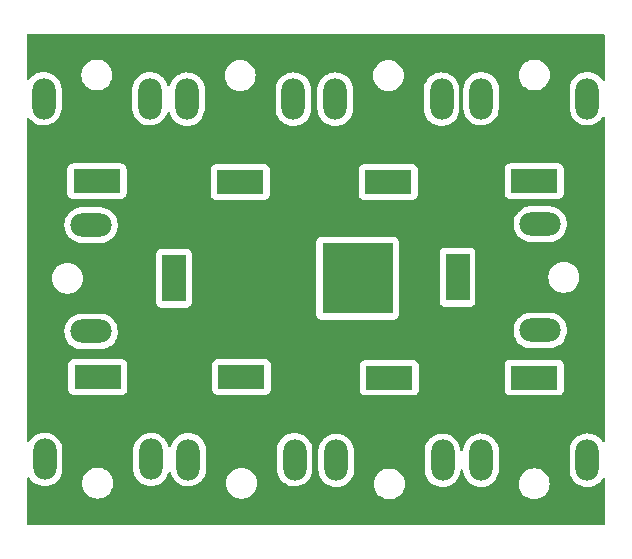
<source format=gbr>
%TF.GenerationSoftware,KiCad,Pcbnew,(6.0.9)*%
%TF.CreationDate,2023-02-05T01:33:25+02:00*%
%TF.ProjectId,Power for cam,506f7765-7220-4666-9f72-2063616d2e6b,rev?*%
%TF.SameCoordinates,Original*%
%TF.FileFunction,Copper,L2,Bot*%
%TF.FilePolarity,Positive*%
%FSLAX46Y46*%
G04 Gerber Fmt 4.6, Leading zero omitted, Abs format (unit mm)*
G04 Created by KiCad (PCBNEW (6.0.9)) date 2023-02-05 01:33:25*
%MOMM*%
%LPD*%
G01*
G04 APERTURE LIST*
%TA.AperFunction,ComponentPad*%
%ADD10R,4.000000X2.000000*%
%TD*%
%TA.AperFunction,ComponentPad*%
%ADD11O,3.300000X2.000000*%
%TD*%
%TA.AperFunction,ComponentPad*%
%ADD12O,2.000000X3.500000*%
%TD*%
%TA.AperFunction,ComponentPad*%
%ADD13R,2.000000X4.000000*%
%TD*%
%TA.AperFunction,ComponentPad*%
%ADD14O,2.000000X3.300000*%
%TD*%
%TA.AperFunction,ComponentPad*%
%ADD15O,3.500000X2.000000*%
%TD*%
%TA.AperFunction,ComponentPad*%
%ADD16C,6.000000*%
%TD*%
%TA.AperFunction,ComponentPad*%
%ADD17R,6.000000X6.000000*%
%TD*%
G04 APERTURE END LIST*
D10*
%TO.P,J9,1*%
%TO.N,/+*%
X133457200Y-75637000D03*
D11*
%TO.P,J9,2*%
%TO.N,/-*%
X133457200Y-69637000D03*
D12*
%TO.P,J9,MP*%
%TO.N,N/C*%
X128957200Y-68637000D03*
X137957200Y-68637000D03*
%TD*%
D10*
%TO.P,J5,1*%
%TO.N,/+*%
X170495800Y-75637000D03*
D11*
%TO.P,J5,2*%
%TO.N,/-*%
X170495800Y-69637000D03*
D12*
%TO.P,J5,MP*%
%TO.N,N/C*%
X165995800Y-68637000D03*
X174995800Y-68637000D03*
%TD*%
D13*
%TO.P,J5,1*%
%TO.N,/+*%
X163995800Y-83756800D03*
D14*
%TO.P,J5,2*%
%TO.N,/-*%
X169995800Y-83756800D03*
D15*
%TO.P,J5,MP*%
%TO.N,N/C*%
X170995800Y-79256800D03*
X170995800Y-88256800D03*
%TD*%
D16*
%TO.P,J1,N,NEG*%
%TO.N,/-*%
X148336000Y-83845400D03*
D17*
%TO.P,J1,P,POS*%
%TO.N,/+*%
X155536000Y-83845400D03*
%TD*%
D10*
%TO.P,J8,1*%
%TO.N,/+*%
X145700000Y-92200000D03*
D11*
%TO.P,J8,2*%
%TO.N,/-*%
X145700000Y-98200000D03*
D12*
%TO.P,J8,MP*%
%TO.N,N/C*%
X141200000Y-99200000D03*
X150200000Y-99200000D03*
%TD*%
D10*
%TO.P,J6,1*%
%TO.N,/+*%
X170484800Y-92252800D03*
D11*
%TO.P,J6,2*%
%TO.N,/-*%
X170484800Y-98252800D03*
D12*
%TO.P,J6,MP*%
%TO.N,N/C*%
X165984800Y-99252800D03*
X174984800Y-99252800D03*
%TD*%
D10*
%TO.P,J2,1*%
%TO.N,/+*%
X145592800Y-75680200D03*
D11*
%TO.P,J2,2*%
%TO.N,/-*%
X145592800Y-69680200D03*
D12*
%TO.P,J2,MP*%
%TO.N,N/C*%
X141092800Y-68680200D03*
X150092800Y-68680200D03*
%TD*%
D13*
%TO.P,J10,1*%
%TO.N,/+*%
X139967600Y-83845400D03*
D14*
%TO.P,J10,2*%
%TO.N,/-*%
X133967600Y-83845400D03*
D15*
%TO.P,J10,MP*%
%TO.N,N/C*%
X132967600Y-79345400D03*
X132967600Y-88345400D03*
%TD*%
D10*
%TO.P,J7,1*%
%TO.N,/+*%
X158140400Y-75680200D03*
D11*
%TO.P,J7,2*%
%TO.N,/-*%
X158140400Y-69680200D03*
D12*
%TO.P,J7,MP*%
%TO.N,N/C*%
X153640400Y-68680200D03*
X162640400Y-68680200D03*
%TD*%
D10*
%TO.P,J4,1*%
%TO.N,/+*%
X158222200Y-92262600D03*
D11*
%TO.P,J4,2*%
%TO.N,/-*%
X158222200Y-98262600D03*
D12*
%TO.P,J4,MP*%
%TO.N,N/C*%
X162722200Y-99262600D03*
X153722200Y-99262600D03*
%TD*%
D10*
%TO.P,J3,1*%
%TO.N,/+*%
X133530000Y-92190000D03*
D11*
%TO.P,J3,2*%
%TO.N,/-*%
X133530000Y-98190000D03*
D12*
%TO.P,J3,MP*%
%TO.N,N/C*%
X138030000Y-99190000D03*
X129030000Y-99190000D03*
%TD*%
%TA.AperFunction,Conductor*%
%TO.N,/-*%
G36*
X176432121Y-63160002D02*
G01*
X176478614Y-63213658D01*
X176490000Y-63266000D01*
X176490000Y-66992286D01*
X176469998Y-67060407D01*
X176416342Y-67106900D01*
X176346068Y-67117004D01*
X176281488Y-67087510D01*
X176257380Y-67059429D01*
X176210328Y-66984712D01*
X176210326Y-66984709D01*
X176207633Y-66980433D01*
X176139197Y-66902807D01*
X176050450Y-66802142D01*
X176050447Y-66802139D01*
X176047102Y-66798345D01*
X176043193Y-66795134D01*
X175863428Y-66647474D01*
X175863425Y-66647472D01*
X175859522Y-66644266D01*
X175649722Y-66522159D01*
X175515525Y-66470646D01*
X175427822Y-66436980D01*
X175427818Y-66436979D01*
X175423098Y-66435167D01*
X175418148Y-66434133D01*
X175418145Y-66434132D01*
X175190431Y-66386560D01*
X175190427Y-66386560D01*
X175185480Y-66385526D01*
X174942983Y-66374514D01*
X174937963Y-66375095D01*
X174937959Y-66375095D01*
X174706871Y-66401833D01*
X174706867Y-66401834D01*
X174701844Y-66402415D01*
X174696980Y-66403791D01*
X174696977Y-66403792D01*
X174608862Y-66428726D01*
X174468268Y-66468510D01*
X174463692Y-66470644D01*
X174463686Y-66470646D01*
X174252846Y-66568962D01*
X174252842Y-66568964D01*
X174248264Y-66571099D01*
X174047493Y-66707544D01*
X173871119Y-66874332D01*
X173868041Y-66878358D01*
X173868040Y-66878359D01*
X173726753Y-67063154D01*
X173726750Y-67063158D01*
X173723680Y-67067174D01*
X173608969Y-67281109D01*
X173529938Y-67510631D01*
X173512778Y-67609978D01*
X173500252Y-67682501D01*
X173488621Y-67749836D01*
X173487300Y-67778925D01*
X173487300Y-69448001D01*
X173487502Y-69450509D01*
X173487502Y-69450514D01*
X173496904Y-69567364D01*
X173501860Y-69628965D01*
X173503066Y-69633873D01*
X173503066Y-69633876D01*
X173512471Y-69672165D01*
X173559763Y-69864706D01*
X173561738Y-69869358D01*
X173561739Y-69869362D01*
X173612143Y-69988106D01*
X173654612Y-70088156D01*
X173702781Y-70164646D01*
X173767940Y-70268116D01*
X173783967Y-70293567D01*
X173787312Y-70297361D01*
X173941150Y-70471858D01*
X173941153Y-70471861D01*
X173944498Y-70475655D01*
X173948406Y-70478865D01*
X173948407Y-70478866D01*
X174055042Y-70566456D01*
X174132078Y-70629734D01*
X174136446Y-70632276D01*
X174332016Y-70746101D01*
X174341878Y-70751841D01*
X174346601Y-70753654D01*
X174563778Y-70837020D01*
X174563782Y-70837021D01*
X174568502Y-70838833D01*
X174573452Y-70839867D01*
X174573455Y-70839868D01*
X174801169Y-70887440D01*
X174801173Y-70887440D01*
X174806120Y-70888474D01*
X175048617Y-70899486D01*
X175053637Y-70898905D01*
X175053641Y-70898905D01*
X175284729Y-70872167D01*
X175284733Y-70872166D01*
X175289756Y-70871585D01*
X175294620Y-70870209D01*
X175294623Y-70870208D01*
X175518469Y-70806866D01*
X175518468Y-70806866D01*
X175523332Y-70805490D01*
X175527908Y-70803356D01*
X175527914Y-70803354D01*
X175738754Y-70705038D01*
X175738758Y-70705036D01*
X175743336Y-70702901D01*
X175944107Y-70566456D01*
X176120481Y-70399668D01*
X176165672Y-70340561D01*
X176263904Y-70212079D01*
X176321169Y-70170111D01*
X176392032Y-70165766D01*
X176453996Y-70200422D01*
X176487386Y-70263077D01*
X176490000Y-70288608D01*
X176490000Y-97625554D01*
X176469998Y-97693675D01*
X176416342Y-97740168D01*
X176346068Y-97750272D01*
X176281488Y-97720778D01*
X176257380Y-97692697D01*
X176199328Y-97600512D01*
X176199326Y-97600509D01*
X176196633Y-97596233D01*
X176108665Y-97496452D01*
X176039450Y-97417942D01*
X176039447Y-97417939D01*
X176036102Y-97414145D01*
X176032193Y-97410934D01*
X175852428Y-97263274D01*
X175852425Y-97263272D01*
X175848522Y-97260066D01*
X175638722Y-97137959D01*
X175530055Y-97096246D01*
X175416822Y-97052780D01*
X175416818Y-97052779D01*
X175412098Y-97050967D01*
X175407148Y-97049933D01*
X175407145Y-97049932D01*
X175179431Y-97002360D01*
X175179427Y-97002360D01*
X175174480Y-97001326D01*
X174931983Y-96990314D01*
X174926963Y-96990895D01*
X174926959Y-96990895D01*
X174695871Y-97017633D01*
X174695867Y-97017634D01*
X174690844Y-97018215D01*
X174685980Y-97019591D01*
X174685977Y-97019592D01*
X174578758Y-97049932D01*
X174457268Y-97084310D01*
X174452692Y-97086444D01*
X174452686Y-97086446D01*
X174241846Y-97184762D01*
X174241842Y-97184764D01*
X174237264Y-97186899D01*
X174233083Y-97189740D01*
X174233082Y-97189741D01*
X174207295Y-97207266D01*
X174036493Y-97323344D01*
X173860119Y-97490132D01*
X173857041Y-97494158D01*
X173857040Y-97494159D01*
X173715753Y-97678954D01*
X173715750Y-97678958D01*
X173712680Y-97682974D01*
X173710290Y-97687432D01*
X173710289Y-97687433D01*
X173707425Y-97692774D01*
X173597969Y-97896909D01*
X173518938Y-98126431D01*
X173516383Y-98141223D01*
X173481717Y-98341925D01*
X173477621Y-98365636D01*
X173477441Y-98369597D01*
X173477441Y-98369598D01*
X173476446Y-98391518D01*
X173476300Y-98394725D01*
X173476300Y-100063801D01*
X173476502Y-100066309D01*
X173476502Y-100066314D01*
X173486760Y-100193802D01*
X173490860Y-100244765D01*
X173492066Y-100249673D01*
X173492066Y-100249676D01*
X173527456Y-100393758D01*
X173548763Y-100480506D01*
X173550738Y-100485158D01*
X173550739Y-100485162D01*
X173595895Y-100591543D01*
X173643612Y-100703956D01*
X173676428Y-100756067D01*
X173759712Y-100888318D01*
X173772967Y-100909367D01*
X173781607Y-100919167D01*
X173930150Y-101087658D01*
X173930153Y-101087661D01*
X173933498Y-101091455D01*
X173937406Y-101094665D01*
X173937407Y-101094666D01*
X174065644Y-101200000D01*
X174121078Y-101245534D01*
X174330878Y-101367641D01*
X174335601Y-101369454D01*
X174552778Y-101452820D01*
X174552782Y-101452821D01*
X174557502Y-101454633D01*
X174562452Y-101455667D01*
X174562455Y-101455668D01*
X174790169Y-101503240D01*
X174790173Y-101503240D01*
X174795120Y-101504274D01*
X175037617Y-101515286D01*
X175042637Y-101514705D01*
X175042641Y-101514705D01*
X175273729Y-101487967D01*
X175273733Y-101487966D01*
X175278756Y-101487385D01*
X175283620Y-101486009D01*
X175283623Y-101486008D01*
X175498631Y-101425167D01*
X175512332Y-101421290D01*
X175516908Y-101419156D01*
X175516914Y-101419154D01*
X175727754Y-101320838D01*
X175727758Y-101320836D01*
X175732336Y-101318701D01*
X175750063Y-101306654D01*
X175821598Y-101258038D01*
X175933107Y-101182256D01*
X176109481Y-101015468D01*
X176138592Y-100977393D01*
X176253847Y-100826646D01*
X176253850Y-100826642D01*
X176256920Y-100822626D01*
X176258472Y-100819732D01*
X176311803Y-100773638D01*
X176382090Y-100763623D01*
X176446633Y-100793199D01*
X176484941Y-100852973D01*
X176490000Y-100888318D01*
X176490000Y-104614000D01*
X176469998Y-104682121D01*
X176416342Y-104728614D01*
X176364000Y-104740000D01*
X127656000Y-104740000D01*
X127587879Y-104719998D01*
X127541386Y-104666342D01*
X127530000Y-104614000D01*
X127530000Y-100825503D01*
X127550002Y-100757382D01*
X127603658Y-100710889D01*
X127673932Y-100700785D01*
X127738512Y-100730279D01*
X127762620Y-100758361D01*
X127815468Y-100842283D01*
X127815472Y-100842288D01*
X127818167Y-100846567D01*
X127821512Y-100850361D01*
X127975350Y-101024858D01*
X127975353Y-101024861D01*
X127978698Y-101028655D01*
X127982606Y-101031865D01*
X127982607Y-101031866D01*
X128161462Y-101178778D01*
X128166278Y-101182734D01*
X128188169Y-101195475D01*
X128309173Y-101265901D01*
X128376078Y-101304841D01*
X128380801Y-101306654D01*
X128597978Y-101390020D01*
X128597982Y-101390021D01*
X128602702Y-101391833D01*
X128607652Y-101392867D01*
X128607655Y-101392868D01*
X128835369Y-101440440D01*
X128835373Y-101440440D01*
X128840320Y-101441474D01*
X129082817Y-101452486D01*
X129087837Y-101451905D01*
X129087841Y-101451905D01*
X129318929Y-101425167D01*
X129318933Y-101425166D01*
X129323956Y-101424585D01*
X129328820Y-101423209D01*
X129328823Y-101423208D01*
X129490560Y-101377441D01*
X129557532Y-101358490D01*
X129562108Y-101356356D01*
X129562114Y-101356354D01*
X129772954Y-101258038D01*
X129772958Y-101258036D01*
X129777536Y-101255901D01*
X129792791Y-101245534D01*
X129871480Y-101192056D01*
X129874505Y-101190000D01*
X132216502Y-101190000D01*
X132236457Y-101418087D01*
X132237881Y-101423400D01*
X132237881Y-101423402D01*
X132265128Y-101525086D01*
X132295716Y-101639243D01*
X132298039Y-101644224D01*
X132298039Y-101644225D01*
X132390151Y-101841762D01*
X132390154Y-101841767D01*
X132392477Y-101846749D01*
X132523802Y-102034300D01*
X132685700Y-102196198D01*
X132690208Y-102199355D01*
X132690211Y-102199357D01*
X132699981Y-102206198D01*
X132873251Y-102327523D01*
X132878233Y-102329846D01*
X132878238Y-102329849D01*
X133028943Y-102400123D01*
X133080757Y-102424284D01*
X133086065Y-102425706D01*
X133086067Y-102425707D01*
X133296598Y-102482119D01*
X133296600Y-102482119D01*
X133301913Y-102483543D01*
X133399938Y-102492119D01*
X133470149Y-102498262D01*
X133470156Y-102498262D01*
X133472873Y-102498500D01*
X133587127Y-102498500D01*
X133589844Y-102498262D01*
X133589851Y-102498262D01*
X133660062Y-102492119D01*
X133758087Y-102483543D01*
X133763400Y-102482119D01*
X133763402Y-102482119D01*
X133973933Y-102425707D01*
X133973935Y-102425706D01*
X133979243Y-102424284D01*
X134031057Y-102400123D01*
X134181762Y-102329849D01*
X134181767Y-102329846D01*
X134186749Y-102327523D01*
X134360019Y-102206198D01*
X134369789Y-102199357D01*
X134369792Y-102199355D01*
X134374300Y-102196198D01*
X134536198Y-102034300D01*
X134667523Y-101846749D01*
X134669846Y-101841767D01*
X134669849Y-101841762D01*
X134761961Y-101644225D01*
X134761961Y-101644224D01*
X134764284Y-101639243D01*
X134794873Y-101525086D01*
X134822119Y-101423402D01*
X134822119Y-101423400D01*
X134823543Y-101418087D01*
X134843498Y-101190000D01*
X134823543Y-100961913D01*
X134796332Y-100860361D01*
X134765707Y-100746067D01*
X134765706Y-100746065D01*
X134764284Y-100740757D01*
X134751693Y-100713756D01*
X134669849Y-100538238D01*
X134669846Y-100538233D01*
X134667523Y-100533251D01*
X134586617Y-100417706D01*
X134539357Y-100350211D01*
X134539355Y-100350208D01*
X134536198Y-100345700D01*
X134374300Y-100183802D01*
X134369792Y-100180645D01*
X134369789Y-100180643D01*
X134276436Y-100115277D01*
X134186749Y-100052477D01*
X134181767Y-100050154D01*
X134181762Y-100050151D01*
X134076358Y-100001001D01*
X136521500Y-100001001D01*
X136521702Y-100003509D01*
X136521702Y-100003514D01*
X136533784Y-100153674D01*
X136536060Y-100181965D01*
X136537266Y-100186873D01*
X136537266Y-100186876D01*
X136570813Y-100323455D01*
X136593963Y-100417706D01*
X136595938Y-100422358D01*
X136595939Y-100422362D01*
X136600184Y-100432362D01*
X136688812Y-100641156D01*
X136734531Y-100713756D01*
X136787945Y-100798575D01*
X136818167Y-100846567D01*
X136821512Y-100850361D01*
X136975350Y-101024858D01*
X136975353Y-101024861D01*
X136978698Y-101028655D01*
X136982606Y-101031865D01*
X136982607Y-101031866D01*
X137161462Y-101178778D01*
X137166278Y-101182734D01*
X137188169Y-101195475D01*
X137309173Y-101265901D01*
X137376078Y-101304841D01*
X137380801Y-101306654D01*
X137597978Y-101390020D01*
X137597982Y-101390021D01*
X137602702Y-101391833D01*
X137607652Y-101392867D01*
X137607655Y-101392868D01*
X137835369Y-101440440D01*
X137835373Y-101440440D01*
X137840320Y-101441474D01*
X138082817Y-101452486D01*
X138087837Y-101451905D01*
X138087841Y-101451905D01*
X138318929Y-101425167D01*
X138318933Y-101425166D01*
X138323956Y-101424585D01*
X138328820Y-101423209D01*
X138328823Y-101423208D01*
X138490560Y-101377441D01*
X138557532Y-101358490D01*
X138562108Y-101356356D01*
X138562114Y-101356354D01*
X138772954Y-101258038D01*
X138772958Y-101258036D01*
X138777536Y-101255901D01*
X138792791Y-101245534D01*
X138871480Y-101192056D01*
X138978307Y-101119456D01*
X139154681Y-100952668D01*
X139177394Y-100922961D01*
X139299047Y-100763846D01*
X139299050Y-100763842D01*
X139302120Y-100759826D01*
X139324526Y-100718040D01*
X139414439Y-100550352D01*
X139416831Y-100545891D01*
X139495862Y-100316369D01*
X139497143Y-100316810D01*
X139530273Y-100261162D01*
X139593808Y-100229478D01*
X139664386Y-100237172D01*
X139719600Y-100281803D01*
X139738356Y-100323454D01*
X139743821Y-100345700D01*
X139762755Y-100422790D01*
X139762756Y-100422792D01*
X139763963Y-100427706D01*
X139765938Y-100432358D01*
X139765939Y-100432362D01*
X139806851Y-100528743D01*
X139858812Y-100651156D01*
X139861510Y-100655440D01*
X139981870Y-100846567D01*
X139988167Y-100856567D01*
X139991512Y-100860361D01*
X140145350Y-101034858D01*
X140145353Y-101034861D01*
X140148698Y-101038655D01*
X140152606Y-101041865D01*
X140152607Y-101041866D01*
X140326987Y-101185102D01*
X140336278Y-101192734D01*
X140358169Y-101205475D01*
X140524529Y-101302299D01*
X140546078Y-101314841D01*
X140550801Y-101316654D01*
X140767978Y-101400020D01*
X140767982Y-101400021D01*
X140772702Y-101401833D01*
X140777652Y-101402867D01*
X140777655Y-101402868D01*
X141005369Y-101450440D01*
X141005373Y-101450440D01*
X141010320Y-101451474D01*
X141252817Y-101462486D01*
X141257837Y-101461905D01*
X141257841Y-101461905D01*
X141488929Y-101435167D01*
X141488933Y-101435166D01*
X141493956Y-101434585D01*
X141498820Y-101433209D01*
X141498823Y-101433208D01*
X141660266Y-101387524D01*
X141727532Y-101368490D01*
X141732108Y-101366356D01*
X141732114Y-101366354D01*
X141942954Y-101268038D01*
X141942958Y-101268036D01*
X141947536Y-101265901D01*
X141960450Y-101257125D01*
X142036449Y-101205475D01*
X142044505Y-101200000D01*
X144386502Y-101200000D01*
X144406457Y-101428087D01*
X144407881Y-101433400D01*
X144407881Y-101433402D01*
X144461614Y-101633933D01*
X144465716Y-101649243D01*
X144468039Y-101654224D01*
X144468039Y-101654225D01*
X144560151Y-101851762D01*
X144560154Y-101851767D01*
X144562477Y-101856749D01*
X144565634Y-101861257D01*
X144689529Y-102038197D01*
X144693802Y-102044300D01*
X144855700Y-102206198D01*
X144860208Y-102209355D01*
X144860211Y-102209357D01*
X144938389Y-102264098D01*
X145043251Y-102337523D01*
X145048233Y-102339846D01*
X145048238Y-102339849D01*
X145232363Y-102425707D01*
X145250757Y-102434284D01*
X145256065Y-102435706D01*
X145256067Y-102435707D01*
X145466598Y-102492119D01*
X145466600Y-102492119D01*
X145471913Y-102493543D01*
X145571480Y-102502254D01*
X145640149Y-102508262D01*
X145640156Y-102508262D01*
X145642873Y-102508500D01*
X145757127Y-102508500D01*
X145759844Y-102508262D01*
X145759851Y-102508262D01*
X145828520Y-102502254D01*
X145928087Y-102493543D01*
X145933400Y-102492119D01*
X145933402Y-102492119D01*
X146143933Y-102435707D01*
X146143935Y-102435706D01*
X146149243Y-102434284D01*
X146167637Y-102425707D01*
X146351762Y-102339849D01*
X146351767Y-102339846D01*
X146356749Y-102337523D01*
X146461611Y-102264098D01*
X146539789Y-102209357D01*
X146539792Y-102209355D01*
X146544300Y-102206198D01*
X146706198Y-102044300D01*
X146710472Y-102038197D01*
X146834366Y-101861257D01*
X146837523Y-101856749D01*
X146839846Y-101851767D01*
X146839849Y-101851762D01*
X146931961Y-101654225D01*
X146931961Y-101654224D01*
X146934284Y-101649243D01*
X146938387Y-101633933D01*
X146992119Y-101433402D01*
X146992119Y-101433400D01*
X146993543Y-101428087D01*
X147013498Y-101200000D01*
X146993543Y-100971913D01*
X146991066Y-100962668D01*
X146935707Y-100756067D01*
X146935706Y-100756065D01*
X146934284Y-100750757D01*
X146917030Y-100713756D01*
X146839849Y-100548238D01*
X146839846Y-100548233D01*
X146837523Y-100543251D01*
X146753190Y-100422811D01*
X146709357Y-100360211D01*
X146709355Y-100360208D01*
X146706198Y-100355700D01*
X146544300Y-100193802D01*
X146539792Y-100190645D01*
X146539789Y-100190643D01*
X146437845Y-100119261D01*
X146356749Y-100062477D01*
X146351767Y-100060154D01*
X146351762Y-100060151D01*
X146246358Y-100011001D01*
X148691500Y-100011001D01*
X148691702Y-100013509D01*
X148691702Y-100013514D01*
X148705651Y-100186876D01*
X148706060Y-100191965D01*
X148707266Y-100196873D01*
X148707266Y-100196876D01*
X148761507Y-100417706D01*
X148763963Y-100427706D01*
X148765938Y-100432358D01*
X148765939Y-100432362D01*
X148806851Y-100528743D01*
X148858812Y-100651156D01*
X148861510Y-100655440D01*
X148981870Y-100846567D01*
X148988167Y-100856567D01*
X148991512Y-100860361D01*
X149145350Y-101034858D01*
X149145353Y-101034861D01*
X149148698Y-101038655D01*
X149152606Y-101041865D01*
X149152607Y-101041866D01*
X149326987Y-101185102D01*
X149336278Y-101192734D01*
X149358169Y-101205475D01*
X149524529Y-101302299D01*
X149546078Y-101314841D01*
X149550801Y-101316654D01*
X149767978Y-101400020D01*
X149767982Y-101400021D01*
X149772702Y-101401833D01*
X149777652Y-101402867D01*
X149777655Y-101402868D01*
X150005369Y-101450440D01*
X150005373Y-101450440D01*
X150010320Y-101451474D01*
X150252817Y-101462486D01*
X150257837Y-101461905D01*
X150257841Y-101461905D01*
X150488929Y-101435167D01*
X150488933Y-101435166D01*
X150493956Y-101434585D01*
X150498820Y-101433209D01*
X150498823Y-101433208D01*
X150660266Y-101387524D01*
X150727532Y-101368490D01*
X150732108Y-101366356D01*
X150732114Y-101366354D01*
X150942954Y-101268038D01*
X150942958Y-101268036D01*
X150947536Y-101265901D01*
X150960450Y-101257125D01*
X151036449Y-101205475D01*
X151148307Y-101129456D01*
X151324681Y-100962668D01*
X151332327Y-100952668D01*
X151469047Y-100773846D01*
X151469050Y-100773842D01*
X151472120Y-100769826D01*
X151475327Y-100763846D01*
X151584439Y-100560352D01*
X151586831Y-100555891D01*
X151665862Y-100326369D01*
X151689077Y-100191965D01*
X151706504Y-100091074D01*
X151706505Y-100091068D01*
X151707179Y-100087164D01*
X151707795Y-100073601D01*
X152213700Y-100073601D01*
X152213902Y-100076109D01*
X152213902Y-100076114D01*
X152227472Y-100244765D01*
X152228260Y-100254565D01*
X152229466Y-100259473D01*
X152229466Y-100259476D01*
X152269580Y-100422790D01*
X152286163Y-100490306D01*
X152288138Y-100494958D01*
X152288139Y-100494962D01*
X152337326Y-100610838D01*
X152381012Y-100713756D01*
X152410024Y-100759826D01*
X152506585Y-100913161D01*
X152510367Y-100919167D01*
X152513712Y-100922961D01*
X152667550Y-101097458D01*
X152667553Y-101097461D01*
X152670898Y-101101255D01*
X152674806Y-101104465D01*
X152674807Y-101104466D01*
X152849642Y-101248076D01*
X152858478Y-101255334D01*
X152871751Y-101263059D01*
X153052899Y-101368490D01*
X153068278Y-101377441D01*
X153073001Y-101379254D01*
X153290178Y-101462620D01*
X153290182Y-101462621D01*
X153294902Y-101464433D01*
X153299852Y-101465467D01*
X153299855Y-101465468D01*
X153527569Y-101513040D01*
X153527573Y-101513040D01*
X153532520Y-101514074D01*
X153775017Y-101525086D01*
X153780037Y-101524505D01*
X153780041Y-101524505D01*
X154011129Y-101497767D01*
X154011133Y-101497766D01*
X154016156Y-101497185D01*
X154021020Y-101495809D01*
X154021023Y-101495808D01*
X154212226Y-101441703D01*
X154249732Y-101431090D01*
X154254308Y-101428956D01*
X154254314Y-101428954D01*
X154465154Y-101330638D01*
X154465158Y-101330636D01*
X154469736Y-101328501D01*
X154566706Y-101262600D01*
X156908702Y-101262600D01*
X156928657Y-101490687D01*
X156930081Y-101496000D01*
X156930081Y-101496002D01*
X156937813Y-101524856D01*
X156987916Y-101711843D01*
X156990239Y-101716824D01*
X156990239Y-101716825D01*
X157082351Y-101914362D01*
X157082354Y-101914367D01*
X157084677Y-101919349D01*
X157087834Y-101923857D01*
X157211869Y-102100997D01*
X157216002Y-102106900D01*
X157377900Y-102268798D01*
X157382408Y-102271955D01*
X157382411Y-102271957D01*
X157457259Y-102324366D01*
X157565451Y-102400123D01*
X157570433Y-102402446D01*
X157570438Y-102402449D01*
X157754992Y-102488507D01*
X157772957Y-102496884D01*
X157778265Y-102498306D01*
X157778267Y-102498307D01*
X157988798Y-102554719D01*
X157988800Y-102554719D01*
X157994113Y-102556143D01*
X158093680Y-102564854D01*
X158162349Y-102570862D01*
X158162356Y-102570862D01*
X158165073Y-102571100D01*
X158279327Y-102571100D01*
X158282044Y-102570862D01*
X158282051Y-102570862D01*
X158350720Y-102564854D01*
X158450287Y-102556143D01*
X158455600Y-102554719D01*
X158455602Y-102554719D01*
X158666133Y-102498307D01*
X158666135Y-102498306D01*
X158671443Y-102496884D01*
X158689408Y-102488507D01*
X158873962Y-102402449D01*
X158873967Y-102402446D01*
X158878949Y-102400123D01*
X158987141Y-102324366D01*
X159061989Y-102271957D01*
X159061992Y-102271955D01*
X159066500Y-102268798D01*
X159228398Y-102106900D01*
X159232532Y-102100997D01*
X159356566Y-101923857D01*
X159359723Y-101919349D01*
X159362046Y-101914367D01*
X159362049Y-101914362D01*
X159454161Y-101716825D01*
X159454161Y-101716824D01*
X159456484Y-101711843D01*
X159506588Y-101524856D01*
X159514319Y-101496002D01*
X159514319Y-101496000D01*
X159515743Y-101490687D01*
X159535698Y-101262600D01*
X159515743Y-101034513D01*
X159514199Y-101028748D01*
X159457907Y-100818667D01*
X159457906Y-100818665D01*
X159456484Y-100813357D01*
X159437963Y-100773638D01*
X159362049Y-100610838D01*
X159362046Y-100610833D01*
X159359723Y-100605851D01*
X159278817Y-100490306D01*
X159231557Y-100422811D01*
X159231555Y-100422808D01*
X159228398Y-100418300D01*
X159066500Y-100256402D01*
X159061992Y-100253245D01*
X159061989Y-100253243D01*
X158952994Y-100176924D01*
X158878949Y-100125077D01*
X158873967Y-100122754D01*
X158873962Y-100122751D01*
X158768558Y-100073601D01*
X161213700Y-100073601D01*
X161213902Y-100076109D01*
X161213902Y-100076114D01*
X161227472Y-100244765D01*
X161228260Y-100254565D01*
X161229466Y-100259473D01*
X161229466Y-100259476D01*
X161269580Y-100422790D01*
X161286163Y-100490306D01*
X161288138Y-100494958D01*
X161288139Y-100494962D01*
X161337326Y-100610838D01*
X161381012Y-100713756D01*
X161410024Y-100759826D01*
X161506585Y-100913161D01*
X161510367Y-100919167D01*
X161513712Y-100922961D01*
X161667550Y-101097458D01*
X161667553Y-101097461D01*
X161670898Y-101101255D01*
X161674806Y-101104465D01*
X161674807Y-101104466D01*
X161849642Y-101248076D01*
X161858478Y-101255334D01*
X161871751Y-101263059D01*
X162052899Y-101368490D01*
X162068278Y-101377441D01*
X162073001Y-101379254D01*
X162290178Y-101462620D01*
X162290182Y-101462621D01*
X162294902Y-101464433D01*
X162299852Y-101465467D01*
X162299855Y-101465468D01*
X162527569Y-101513040D01*
X162527573Y-101513040D01*
X162532520Y-101514074D01*
X162775017Y-101525086D01*
X162780037Y-101524505D01*
X162780041Y-101524505D01*
X163011129Y-101497767D01*
X163011133Y-101497766D01*
X163016156Y-101497185D01*
X163021020Y-101495809D01*
X163021023Y-101495808D01*
X163212226Y-101441703D01*
X163249732Y-101431090D01*
X163254308Y-101428956D01*
X163254314Y-101428954D01*
X163465154Y-101330638D01*
X163465158Y-101330636D01*
X163469736Y-101328501D01*
X163670507Y-101192056D01*
X163846881Y-101025268D01*
X163892082Y-100966148D01*
X163991247Y-100836446D01*
X163991250Y-100836442D01*
X163994320Y-100832426D01*
X164009800Y-100803557D01*
X164106639Y-100622952D01*
X164109031Y-100618491D01*
X164188062Y-100388969D01*
X164211277Y-100254565D01*
X164228704Y-100153674D01*
X164228705Y-100153668D01*
X164229379Y-100149764D01*
X164229559Y-100145802D01*
X164230108Y-100133713D01*
X164253180Y-100066570D01*
X164308890Y-100022559D01*
X164379550Y-100015655D01*
X164442726Y-100048048D01*
X164478360Y-100109454D01*
X164481572Y-100129325D01*
X164486760Y-100193802D01*
X164490860Y-100244765D01*
X164492066Y-100249673D01*
X164492066Y-100249676D01*
X164527456Y-100393758D01*
X164548763Y-100480506D01*
X164550738Y-100485158D01*
X164550739Y-100485162D01*
X164595895Y-100591543D01*
X164643612Y-100703956D01*
X164676428Y-100756067D01*
X164759712Y-100888318D01*
X164772967Y-100909367D01*
X164781607Y-100919167D01*
X164930150Y-101087658D01*
X164930153Y-101087661D01*
X164933498Y-101091455D01*
X164937406Y-101094665D01*
X164937407Y-101094666D01*
X165065644Y-101200000D01*
X165121078Y-101245534D01*
X165330878Y-101367641D01*
X165335601Y-101369454D01*
X165552778Y-101452820D01*
X165552782Y-101452821D01*
X165557502Y-101454633D01*
X165562452Y-101455667D01*
X165562455Y-101455668D01*
X165790169Y-101503240D01*
X165790173Y-101503240D01*
X165795120Y-101504274D01*
X166037617Y-101515286D01*
X166042637Y-101514705D01*
X166042641Y-101514705D01*
X166273729Y-101487967D01*
X166273733Y-101487966D01*
X166278756Y-101487385D01*
X166283620Y-101486009D01*
X166283623Y-101486008D01*
X166498631Y-101425167D01*
X166512332Y-101421290D01*
X166516908Y-101419156D01*
X166516914Y-101419154D01*
X166727754Y-101320838D01*
X166727758Y-101320836D01*
X166732336Y-101318701D01*
X166750063Y-101306654D01*
X166821598Y-101258038D01*
X166829305Y-101252800D01*
X169171302Y-101252800D01*
X169191257Y-101480887D01*
X169192681Y-101486200D01*
X169192681Y-101486202D01*
X169235024Y-101644225D01*
X169250516Y-101702043D01*
X169252839Y-101707024D01*
X169252839Y-101707025D01*
X169344951Y-101904562D01*
X169344954Y-101904567D01*
X169347277Y-101909549D01*
X169354139Y-101919349D01*
X169444360Y-102048197D01*
X169478602Y-102097100D01*
X169640500Y-102258998D01*
X169645008Y-102262155D01*
X169645011Y-102262157D01*
X169659007Y-102271957D01*
X169828051Y-102390323D01*
X169833033Y-102392646D01*
X169833038Y-102392649D01*
X170024909Y-102482119D01*
X170035557Y-102487084D01*
X170040865Y-102488506D01*
X170040867Y-102488507D01*
X170251398Y-102544919D01*
X170251400Y-102544919D01*
X170256713Y-102546343D01*
X170352452Y-102554719D01*
X170424949Y-102561062D01*
X170424956Y-102561062D01*
X170427673Y-102561300D01*
X170541927Y-102561300D01*
X170544644Y-102561062D01*
X170544651Y-102561062D01*
X170617148Y-102554719D01*
X170712887Y-102546343D01*
X170718200Y-102544919D01*
X170718202Y-102544919D01*
X170928733Y-102488507D01*
X170928735Y-102488506D01*
X170934043Y-102487084D01*
X170944691Y-102482119D01*
X171136562Y-102392649D01*
X171136567Y-102392646D01*
X171141549Y-102390323D01*
X171310593Y-102271957D01*
X171324589Y-102262157D01*
X171324592Y-102262155D01*
X171329100Y-102258998D01*
X171490998Y-102097100D01*
X171525241Y-102048197D01*
X171615461Y-101919349D01*
X171622323Y-101909549D01*
X171624646Y-101904567D01*
X171624649Y-101904562D01*
X171716761Y-101707025D01*
X171716761Y-101707024D01*
X171719084Y-101702043D01*
X171734577Y-101644225D01*
X171776919Y-101486202D01*
X171776919Y-101486200D01*
X171778343Y-101480887D01*
X171798298Y-101252800D01*
X171778343Y-101024713D01*
X171762771Y-100966598D01*
X171720507Y-100808867D01*
X171720506Y-100808865D01*
X171719084Y-100803557D01*
X171698009Y-100758361D01*
X171624649Y-100601038D01*
X171624646Y-100601033D01*
X171622323Y-100596051D01*
X171541417Y-100480506D01*
X171494157Y-100413011D01*
X171494155Y-100413008D01*
X171490998Y-100408500D01*
X171329100Y-100246602D01*
X171324592Y-100243445D01*
X171324589Y-100243443D01*
X171185143Y-100145802D01*
X171141549Y-100115277D01*
X171136567Y-100112954D01*
X171136562Y-100112951D01*
X170939025Y-100020839D01*
X170939024Y-100020839D01*
X170934043Y-100018516D01*
X170928735Y-100017094D01*
X170928733Y-100017093D01*
X170718202Y-99960681D01*
X170718200Y-99960681D01*
X170712887Y-99959257D01*
X170613320Y-99950546D01*
X170544651Y-99944538D01*
X170544644Y-99944538D01*
X170541927Y-99944300D01*
X170427673Y-99944300D01*
X170424956Y-99944538D01*
X170424949Y-99944538D01*
X170356280Y-99950546D01*
X170256713Y-99959257D01*
X170251400Y-99960681D01*
X170251398Y-99960681D01*
X170040867Y-100017093D01*
X170040865Y-100017094D01*
X170035557Y-100018516D01*
X170030576Y-100020839D01*
X170030575Y-100020839D01*
X169833038Y-100112951D01*
X169833033Y-100112954D01*
X169828051Y-100115277D01*
X169784457Y-100145802D01*
X169645011Y-100243443D01*
X169645008Y-100243445D01*
X169640500Y-100246602D01*
X169478602Y-100408500D01*
X169475445Y-100413008D01*
X169475443Y-100413011D01*
X169428183Y-100480506D01*
X169347277Y-100596051D01*
X169344954Y-100601033D01*
X169344951Y-100601038D01*
X169271591Y-100758361D01*
X169250516Y-100803557D01*
X169249094Y-100808865D01*
X169249093Y-100808867D01*
X169206829Y-100966598D01*
X169191257Y-101024713D01*
X169171302Y-101252800D01*
X166829305Y-101252800D01*
X166933107Y-101182256D01*
X167109481Y-101015468D01*
X167138592Y-100977393D01*
X167253847Y-100826646D01*
X167253850Y-100826642D01*
X167256920Y-100822626D01*
X167371631Y-100608691D01*
X167450662Y-100379169D01*
X167473877Y-100244765D01*
X167491304Y-100143874D01*
X167491305Y-100143868D01*
X167491979Y-100139964D01*
X167492855Y-100120675D01*
X167493236Y-100112294D01*
X167493236Y-100112275D01*
X167493300Y-100110875D01*
X167493300Y-98441799D01*
X167493098Y-98439286D01*
X167479146Y-98265876D01*
X167479145Y-98265871D01*
X167478740Y-98260835D01*
X167467010Y-98213076D01*
X167422044Y-98030008D01*
X167420837Y-98025094D01*
X167396449Y-97967638D01*
X167341800Y-97838894D01*
X167325988Y-97801644D01*
X167275064Y-97720778D01*
X167199328Y-97600512D01*
X167199326Y-97600509D01*
X167196633Y-97596233D01*
X167108665Y-97496452D01*
X167039450Y-97417942D01*
X167039447Y-97417939D01*
X167036102Y-97414145D01*
X167032193Y-97410934D01*
X166852428Y-97263274D01*
X166852425Y-97263272D01*
X166848522Y-97260066D01*
X166638722Y-97137959D01*
X166530055Y-97096246D01*
X166416822Y-97052780D01*
X166416818Y-97052779D01*
X166412098Y-97050967D01*
X166407148Y-97049933D01*
X166407145Y-97049932D01*
X166179431Y-97002360D01*
X166179427Y-97002360D01*
X166174480Y-97001326D01*
X165931983Y-96990314D01*
X165926963Y-96990895D01*
X165926959Y-96990895D01*
X165695871Y-97017633D01*
X165695867Y-97017634D01*
X165690844Y-97018215D01*
X165685980Y-97019591D01*
X165685977Y-97019592D01*
X165578758Y-97049932D01*
X165457268Y-97084310D01*
X165452692Y-97086444D01*
X165452686Y-97086446D01*
X165241846Y-97184762D01*
X165241842Y-97184764D01*
X165237264Y-97186899D01*
X165233083Y-97189740D01*
X165233082Y-97189741D01*
X165207295Y-97207266D01*
X165036493Y-97323344D01*
X164860119Y-97490132D01*
X164857041Y-97494158D01*
X164857040Y-97494159D01*
X164715753Y-97678954D01*
X164715750Y-97678958D01*
X164712680Y-97682974D01*
X164710290Y-97687432D01*
X164710289Y-97687433D01*
X164707425Y-97692774D01*
X164597969Y-97896909D01*
X164518938Y-98126431D01*
X164516383Y-98141223D01*
X164481717Y-98341925D01*
X164477621Y-98365636D01*
X164477441Y-98369597D01*
X164477441Y-98369598D01*
X164476892Y-98381687D01*
X164453820Y-98448830D01*
X164398110Y-98492841D01*
X164327450Y-98499745D01*
X164264274Y-98467352D01*
X164228640Y-98405946D01*
X164225428Y-98386075D01*
X164216546Y-98275676D01*
X164216545Y-98275671D01*
X164216140Y-98270635D01*
X164180721Y-98126431D01*
X164159444Y-98039808D01*
X164158237Y-98034894D01*
X164129689Y-97967638D01*
X164097772Y-97892448D01*
X164063388Y-97811444D01*
X163991465Y-97697233D01*
X163936728Y-97610312D01*
X163936726Y-97610309D01*
X163934033Y-97606033D01*
X163893833Y-97560434D01*
X163776850Y-97427742D01*
X163776847Y-97427739D01*
X163773502Y-97423945D01*
X163693382Y-97358134D01*
X163589828Y-97273074D01*
X163589825Y-97273072D01*
X163585922Y-97269866D01*
X163376122Y-97147759D01*
X163241925Y-97096246D01*
X163154222Y-97062580D01*
X163154218Y-97062579D01*
X163149498Y-97060767D01*
X163144548Y-97059733D01*
X163144545Y-97059732D01*
X162916831Y-97012160D01*
X162916827Y-97012160D01*
X162911880Y-97011126D01*
X162669383Y-97000114D01*
X162664363Y-97000695D01*
X162664359Y-97000695D01*
X162433271Y-97027433D01*
X162433267Y-97027434D01*
X162428244Y-97028015D01*
X162423380Y-97029391D01*
X162423377Y-97029392D01*
X162347133Y-97050967D01*
X162194668Y-97094110D01*
X162190092Y-97096244D01*
X162190086Y-97096246D01*
X161979246Y-97194562D01*
X161979242Y-97194564D01*
X161974664Y-97196699D01*
X161773893Y-97333144D01*
X161597519Y-97499932D01*
X161594441Y-97503958D01*
X161594440Y-97503959D01*
X161453153Y-97688754D01*
X161453150Y-97688758D01*
X161450080Y-97692774D01*
X161447690Y-97697232D01*
X161447689Y-97697233D01*
X161419250Y-97750272D01*
X161335369Y-97906709D01*
X161256338Y-98136231D01*
X161246511Y-98193124D01*
X161216714Y-98365636D01*
X161215021Y-98375436D01*
X161214841Y-98379397D01*
X161214841Y-98379398D01*
X161214081Y-98396139D01*
X161213700Y-98404525D01*
X161213700Y-100073601D01*
X158768558Y-100073601D01*
X158676425Y-100030639D01*
X158676424Y-100030639D01*
X158671443Y-100028316D01*
X158666135Y-100026894D01*
X158666133Y-100026893D01*
X158455602Y-99970481D01*
X158455600Y-99970481D01*
X158450287Y-99969057D01*
X158350720Y-99960346D01*
X158282051Y-99954338D01*
X158282044Y-99954338D01*
X158279327Y-99954100D01*
X158165073Y-99954100D01*
X158162356Y-99954338D01*
X158162349Y-99954338D01*
X158093680Y-99960346D01*
X157994113Y-99969057D01*
X157988800Y-99970481D01*
X157988798Y-99970481D01*
X157778267Y-100026893D01*
X157778265Y-100026894D01*
X157772957Y-100028316D01*
X157767976Y-100030639D01*
X157767975Y-100030639D01*
X157570438Y-100122751D01*
X157570433Y-100122754D01*
X157565451Y-100125077D01*
X157491406Y-100176924D01*
X157382411Y-100253243D01*
X157382408Y-100253245D01*
X157377900Y-100256402D01*
X157216002Y-100418300D01*
X157212845Y-100422808D01*
X157212843Y-100422811D01*
X157165583Y-100490306D01*
X157084677Y-100605851D01*
X157082354Y-100610833D01*
X157082351Y-100610838D01*
X157006437Y-100773638D01*
X156987916Y-100813357D01*
X156986494Y-100818665D01*
X156986493Y-100818667D01*
X156930202Y-101028748D01*
X156928657Y-101034513D01*
X156908702Y-101262600D01*
X154566706Y-101262600D01*
X154670507Y-101192056D01*
X154846881Y-101025268D01*
X154892082Y-100966148D01*
X154991247Y-100836446D01*
X154991250Y-100836442D01*
X154994320Y-100832426D01*
X155009800Y-100803557D01*
X155106639Y-100622952D01*
X155109031Y-100618491D01*
X155188062Y-100388969D01*
X155211277Y-100254565D01*
X155228704Y-100153674D01*
X155228705Y-100153668D01*
X155229379Y-100149764D01*
X155229559Y-100145802D01*
X155230636Y-100122094D01*
X155230636Y-100122075D01*
X155230700Y-100120675D01*
X155230700Y-98451599D01*
X155229912Y-98441799D01*
X155216546Y-98275676D01*
X155216545Y-98275671D01*
X155216140Y-98270635D01*
X155180721Y-98126431D01*
X155159444Y-98039808D01*
X155158237Y-98034894D01*
X155129689Y-97967638D01*
X155097772Y-97892448D01*
X155063388Y-97811444D01*
X154991465Y-97697233D01*
X154936728Y-97610312D01*
X154936726Y-97610309D01*
X154934033Y-97606033D01*
X154893833Y-97560434D01*
X154776850Y-97427742D01*
X154776847Y-97427739D01*
X154773502Y-97423945D01*
X154693382Y-97358134D01*
X154589828Y-97273074D01*
X154589825Y-97273072D01*
X154585922Y-97269866D01*
X154376122Y-97147759D01*
X154241925Y-97096246D01*
X154154222Y-97062580D01*
X154154218Y-97062579D01*
X154149498Y-97060767D01*
X154144548Y-97059733D01*
X154144545Y-97059732D01*
X153916831Y-97012160D01*
X153916827Y-97012160D01*
X153911880Y-97011126D01*
X153669383Y-97000114D01*
X153664363Y-97000695D01*
X153664359Y-97000695D01*
X153433271Y-97027433D01*
X153433267Y-97027434D01*
X153428244Y-97028015D01*
X153423380Y-97029391D01*
X153423377Y-97029392D01*
X153347133Y-97050967D01*
X153194668Y-97094110D01*
X153190092Y-97096244D01*
X153190086Y-97096246D01*
X152979246Y-97194562D01*
X152979242Y-97194564D01*
X152974664Y-97196699D01*
X152773893Y-97333144D01*
X152597519Y-97499932D01*
X152594441Y-97503958D01*
X152594440Y-97503959D01*
X152453153Y-97688754D01*
X152453150Y-97688758D01*
X152450080Y-97692774D01*
X152447690Y-97697232D01*
X152447689Y-97697233D01*
X152419250Y-97750272D01*
X152335369Y-97906709D01*
X152256338Y-98136231D01*
X152246511Y-98193124D01*
X152216714Y-98365636D01*
X152215021Y-98375436D01*
X152214841Y-98379397D01*
X152214841Y-98379398D01*
X152214081Y-98396139D01*
X152213700Y-98404525D01*
X152213700Y-100073601D01*
X151707795Y-100073601D01*
X151707813Y-100073202D01*
X151708436Y-100059494D01*
X151708436Y-100059475D01*
X151708500Y-100058075D01*
X151708500Y-98388999D01*
X151707728Y-98379398D01*
X151694346Y-98213076D01*
X151694345Y-98213071D01*
X151693940Y-98208035D01*
X151676304Y-98136231D01*
X151637244Y-97977208D01*
X151636037Y-97972294D01*
X151631793Y-97962294D01*
X151565942Y-97807160D01*
X151541188Y-97748844D01*
X151451255Y-97606033D01*
X151414528Y-97547712D01*
X151414526Y-97547709D01*
X151411833Y-97543433D01*
X151361774Y-97486652D01*
X151254650Y-97365142D01*
X151254647Y-97365139D01*
X151251302Y-97361345D01*
X151221204Y-97336622D01*
X151067628Y-97210474D01*
X151067625Y-97210472D01*
X151063722Y-97207266D01*
X150934337Y-97131962D01*
X150858290Y-97087701D01*
X150858288Y-97087700D01*
X150853922Y-97085159D01*
X150719725Y-97033646D01*
X150632022Y-96999980D01*
X150632018Y-96999979D01*
X150627298Y-96998167D01*
X150622348Y-96997133D01*
X150622345Y-96997132D01*
X150394631Y-96949560D01*
X150394627Y-96949560D01*
X150389680Y-96948526D01*
X150147183Y-96937514D01*
X150142163Y-96938095D01*
X150142159Y-96938095D01*
X149911071Y-96964833D01*
X149911067Y-96964834D01*
X149906044Y-96965415D01*
X149901180Y-96966791D01*
X149901177Y-96966792D01*
X149775482Y-97002360D01*
X149672468Y-97031510D01*
X149667892Y-97033644D01*
X149667886Y-97033646D01*
X149457046Y-97131962D01*
X149457042Y-97131964D01*
X149452464Y-97134099D01*
X149251693Y-97270544D01*
X149075319Y-97437332D01*
X149072241Y-97441358D01*
X149072240Y-97441359D01*
X148930953Y-97626154D01*
X148930950Y-97626158D01*
X148927880Y-97630174D01*
X148925490Y-97634632D01*
X148925489Y-97634633D01*
X148871909Y-97734560D01*
X148813169Y-97844109D01*
X148734138Y-98073631D01*
X148733276Y-98078623D01*
X148695224Y-98298926D01*
X148692821Y-98312836D01*
X148692641Y-98316797D01*
X148692641Y-98316798D01*
X148692019Y-98330506D01*
X148691500Y-98341925D01*
X148691500Y-100011001D01*
X146246358Y-100011001D01*
X146154225Y-99968039D01*
X146154224Y-99968039D01*
X146149243Y-99965716D01*
X146143935Y-99964294D01*
X146143933Y-99964293D01*
X145933402Y-99907881D01*
X145933400Y-99907881D01*
X145928087Y-99906457D01*
X145828520Y-99897746D01*
X145759851Y-99891738D01*
X145759844Y-99891738D01*
X145757127Y-99891500D01*
X145642873Y-99891500D01*
X145640156Y-99891738D01*
X145640149Y-99891738D01*
X145571480Y-99897746D01*
X145471913Y-99906457D01*
X145466600Y-99907881D01*
X145466598Y-99907881D01*
X145256067Y-99964293D01*
X145256065Y-99964294D01*
X145250757Y-99965716D01*
X145245776Y-99968039D01*
X145245775Y-99968039D01*
X145048238Y-100060151D01*
X145048233Y-100060154D01*
X145043251Y-100062477D01*
X144962155Y-100119261D01*
X144860211Y-100190643D01*
X144860208Y-100190645D01*
X144855700Y-100193802D01*
X144693802Y-100355700D01*
X144690645Y-100360208D01*
X144690643Y-100360211D01*
X144646810Y-100422811D01*
X144562477Y-100543251D01*
X144560154Y-100548233D01*
X144560151Y-100548238D01*
X144482970Y-100713756D01*
X144465716Y-100750757D01*
X144464294Y-100756065D01*
X144464293Y-100756067D01*
X144408934Y-100962668D01*
X144406457Y-100971913D01*
X144386502Y-101200000D01*
X142044505Y-101200000D01*
X142148307Y-101129456D01*
X142324681Y-100962668D01*
X142332327Y-100952668D01*
X142469047Y-100773846D01*
X142469050Y-100773842D01*
X142472120Y-100769826D01*
X142475327Y-100763846D01*
X142584439Y-100560352D01*
X142586831Y-100555891D01*
X142665862Y-100326369D01*
X142689077Y-100191965D01*
X142706504Y-100091074D01*
X142706505Y-100091068D01*
X142707179Y-100087164D01*
X142707813Y-100073202D01*
X142708436Y-100059494D01*
X142708436Y-100059475D01*
X142708500Y-100058075D01*
X142708500Y-98388999D01*
X142707728Y-98379398D01*
X142694346Y-98213076D01*
X142694345Y-98213071D01*
X142693940Y-98208035D01*
X142676304Y-98136231D01*
X142637244Y-97977208D01*
X142636037Y-97972294D01*
X142631793Y-97962294D01*
X142565942Y-97807160D01*
X142541188Y-97748844D01*
X142451255Y-97606033D01*
X142414528Y-97547712D01*
X142414526Y-97547709D01*
X142411833Y-97543433D01*
X142361774Y-97486652D01*
X142254650Y-97365142D01*
X142254647Y-97365139D01*
X142251302Y-97361345D01*
X142221204Y-97336622D01*
X142067628Y-97210474D01*
X142067625Y-97210472D01*
X142063722Y-97207266D01*
X141934337Y-97131962D01*
X141858290Y-97087701D01*
X141858288Y-97087700D01*
X141853922Y-97085159D01*
X141719725Y-97033646D01*
X141632022Y-96999980D01*
X141632018Y-96999979D01*
X141627298Y-96998167D01*
X141622348Y-96997133D01*
X141622345Y-96997132D01*
X141394631Y-96949560D01*
X141394627Y-96949560D01*
X141389680Y-96948526D01*
X141147183Y-96937514D01*
X141142163Y-96938095D01*
X141142159Y-96938095D01*
X140911071Y-96964833D01*
X140911067Y-96964834D01*
X140906044Y-96965415D01*
X140901180Y-96966791D01*
X140901177Y-96966792D01*
X140775482Y-97002360D01*
X140672468Y-97031510D01*
X140667892Y-97033644D01*
X140667886Y-97033646D01*
X140457046Y-97131962D01*
X140457042Y-97131964D01*
X140452464Y-97134099D01*
X140251693Y-97270544D01*
X140075319Y-97437332D01*
X140072241Y-97441358D01*
X140072240Y-97441359D01*
X139930953Y-97626154D01*
X139930950Y-97626158D01*
X139927880Y-97630174D01*
X139925490Y-97634632D01*
X139925489Y-97634633D01*
X139871909Y-97734560D01*
X139813169Y-97844109D01*
X139734138Y-98073631D01*
X139732857Y-98073190D01*
X139699727Y-98128838D01*
X139636192Y-98160522D01*
X139565614Y-98152828D01*
X139510400Y-98108197D01*
X139491643Y-98066545D01*
X139490928Y-98063631D01*
X139483544Y-98033570D01*
X139467245Y-97967210D01*
X139467243Y-97967204D01*
X139466037Y-97962294D01*
X139371188Y-97738844D01*
X139309906Y-97641530D01*
X139244528Y-97537712D01*
X139244526Y-97537709D01*
X139241833Y-97533433D01*
X139200590Y-97486652D01*
X139084650Y-97355142D01*
X139084647Y-97355139D01*
X139081302Y-97351345D01*
X138982933Y-97270544D01*
X138897628Y-97200474D01*
X138897625Y-97200472D01*
X138893722Y-97197266D01*
X138714119Y-97092734D01*
X138688290Y-97077701D01*
X138688288Y-97077700D01*
X138683922Y-97075159D01*
X138575776Y-97033646D01*
X138462022Y-96989980D01*
X138462018Y-96989979D01*
X138457298Y-96988167D01*
X138452348Y-96987133D01*
X138452345Y-96987132D01*
X138224631Y-96939560D01*
X138224627Y-96939560D01*
X138219680Y-96938526D01*
X137977183Y-96927514D01*
X137972163Y-96928095D01*
X137972159Y-96928095D01*
X137741071Y-96954833D01*
X137741067Y-96954834D01*
X137736044Y-96955415D01*
X137731180Y-96956791D01*
X137731177Y-96956792D01*
X137588618Y-96997132D01*
X137502468Y-97021510D01*
X137497892Y-97023644D01*
X137497886Y-97023646D01*
X137287046Y-97121962D01*
X137287042Y-97121964D01*
X137282464Y-97124099D01*
X137278283Y-97126940D01*
X137278282Y-97126941D01*
X137263568Y-97136941D01*
X137081693Y-97260544D01*
X136905319Y-97427332D01*
X136902241Y-97431358D01*
X136902240Y-97431359D01*
X136760953Y-97616154D01*
X136760950Y-97616158D01*
X136757880Y-97620174D01*
X136755490Y-97624632D01*
X136755489Y-97624633D01*
X136752518Y-97630174D01*
X136643169Y-97834109D01*
X136564138Y-98063631D01*
X136556440Y-98108197D01*
X136530076Y-98260835D01*
X136522821Y-98302836D01*
X136521500Y-98331925D01*
X136521500Y-100001001D01*
X134076358Y-100001001D01*
X133984225Y-99958039D01*
X133984224Y-99958039D01*
X133979243Y-99955716D01*
X133973935Y-99954294D01*
X133973933Y-99954293D01*
X133763402Y-99897881D01*
X133763400Y-99897881D01*
X133758087Y-99896457D01*
X133658520Y-99887746D01*
X133589851Y-99881738D01*
X133589844Y-99881738D01*
X133587127Y-99881500D01*
X133472873Y-99881500D01*
X133470156Y-99881738D01*
X133470149Y-99881738D01*
X133401480Y-99887746D01*
X133301913Y-99896457D01*
X133296600Y-99897881D01*
X133296598Y-99897881D01*
X133086067Y-99954293D01*
X133086065Y-99954294D01*
X133080757Y-99955716D01*
X133075776Y-99958039D01*
X133075775Y-99958039D01*
X132878238Y-100050151D01*
X132878233Y-100050154D01*
X132873251Y-100052477D01*
X132783564Y-100115277D01*
X132690211Y-100180643D01*
X132690208Y-100180645D01*
X132685700Y-100183802D01*
X132523802Y-100345700D01*
X132520645Y-100350208D01*
X132520643Y-100350211D01*
X132473383Y-100417706D01*
X132392477Y-100533251D01*
X132390154Y-100538233D01*
X132390151Y-100538238D01*
X132308307Y-100713756D01*
X132295716Y-100740757D01*
X132294294Y-100746065D01*
X132294293Y-100746067D01*
X132263668Y-100860361D01*
X132236457Y-100961913D01*
X132216502Y-101190000D01*
X129874505Y-101190000D01*
X129978307Y-101119456D01*
X130154681Y-100952668D01*
X130177394Y-100922961D01*
X130299047Y-100763846D01*
X130299050Y-100763842D01*
X130302120Y-100759826D01*
X130324526Y-100718040D01*
X130414439Y-100550352D01*
X130416831Y-100545891D01*
X130495862Y-100316369D01*
X130519077Y-100181965D01*
X130536504Y-100081074D01*
X130536505Y-100081068D01*
X130537179Y-100077164D01*
X130537952Y-100060151D01*
X130538436Y-100049494D01*
X130538436Y-100049475D01*
X130538500Y-100048075D01*
X130538500Y-98378999D01*
X130538298Y-98376486D01*
X130524346Y-98203076D01*
X130524345Y-98203071D01*
X130523940Y-98198035D01*
X130507584Y-98131442D01*
X130467244Y-97967208D01*
X130466037Y-97962294D01*
X130371188Y-97738844D01*
X130309906Y-97641530D01*
X130244528Y-97537712D01*
X130244526Y-97537709D01*
X130241833Y-97533433D01*
X130200590Y-97486652D01*
X130084650Y-97355142D01*
X130084647Y-97355139D01*
X130081302Y-97351345D01*
X129982933Y-97270544D01*
X129897628Y-97200474D01*
X129897625Y-97200472D01*
X129893722Y-97197266D01*
X129714119Y-97092734D01*
X129688290Y-97077701D01*
X129688288Y-97077700D01*
X129683922Y-97075159D01*
X129575776Y-97033646D01*
X129462022Y-96989980D01*
X129462018Y-96989979D01*
X129457298Y-96988167D01*
X129452348Y-96987133D01*
X129452345Y-96987132D01*
X129224631Y-96939560D01*
X129224627Y-96939560D01*
X129219680Y-96938526D01*
X128977183Y-96927514D01*
X128972163Y-96928095D01*
X128972159Y-96928095D01*
X128741071Y-96954833D01*
X128741067Y-96954834D01*
X128736044Y-96955415D01*
X128731180Y-96956791D01*
X128731177Y-96956792D01*
X128588618Y-96997132D01*
X128502468Y-97021510D01*
X128497892Y-97023644D01*
X128497886Y-97023646D01*
X128287046Y-97121962D01*
X128287042Y-97121964D01*
X128282464Y-97124099D01*
X128278283Y-97126940D01*
X128278282Y-97126941D01*
X128263568Y-97136941D01*
X128081693Y-97260544D01*
X127905319Y-97427332D01*
X127902241Y-97431358D01*
X127902240Y-97431359D01*
X127859965Y-97486652D01*
X127757880Y-97620174D01*
X127756640Y-97619226D01*
X127708193Y-97661095D01*
X127637905Y-97671107D01*
X127573363Y-97641530D01*
X127535058Y-97581753D01*
X127530000Y-97546413D01*
X127530000Y-93238134D01*
X131021500Y-93238134D01*
X131028255Y-93300316D01*
X131079385Y-93436705D01*
X131166739Y-93553261D01*
X131283295Y-93640615D01*
X131419684Y-93691745D01*
X131481866Y-93698500D01*
X135578134Y-93698500D01*
X135640316Y-93691745D01*
X135776705Y-93640615D01*
X135893261Y-93553261D01*
X135980615Y-93436705D01*
X136031745Y-93300316D01*
X136037414Y-93248134D01*
X143191500Y-93248134D01*
X143198255Y-93310316D01*
X143249385Y-93446705D01*
X143336739Y-93563261D01*
X143453295Y-93650615D01*
X143589684Y-93701745D01*
X143651866Y-93708500D01*
X147748134Y-93708500D01*
X147810316Y-93701745D01*
X147946705Y-93650615D01*
X148063261Y-93563261D01*
X148150615Y-93446705D01*
X148201588Y-93310734D01*
X155713700Y-93310734D01*
X155720455Y-93372916D01*
X155771585Y-93509305D01*
X155858939Y-93625861D01*
X155975495Y-93713215D01*
X156111884Y-93764345D01*
X156174066Y-93771100D01*
X160270334Y-93771100D01*
X160332516Y-93764345D01*
X160468905Y-93713215D01*
X160585461Y-93625861D01*
X160672815Y-93509305D01*
X160723945Y-93372916D01*
X160730700Y-93310734D01*
X160730700Y-93300934D01*
X167976300Y-93300934D01*
X167983055Y-93363116D01*
X168034185Y-93499505D01*
X168121539Y-93616061D01*
X168238095Y-93703415D01*
X168374484Y-93754545D01*
X168436666Y-93761300D01*
X172532934Y-93761300D01*
X172595116Y-93754545D01*
X172731505Y-93703415D01*
X172848061Y-93616061D01*
X172935415Y-93499505D01*
X172986545Y-93363116D01*
X172993300Y-93300934D01*
X172993300Y-91204666D01*
X172986545Y-91142484D01*
X172935415Y-91006095D01*
X172848061Y-90889539D01*
X172731505Y-90802185D01*
X172595116Y-90751055D01*
X172532934Y-90744300D01*
X168436666Y-90744300D01*
X168374484Y-90751055D01*
X168238095Y-90802185D01*
X168121539Y-90889539D01*
X168034185Y-91006095D01*
X167983055Y-91142484D01*
X167976300Y-91204666D01*
X167976300Y-93300934D01*
X160730700Y-93300934D01*
X160730700Y-91214466D01*
X160723945Y-91152284D01*
X160672815Y-91015895D01*
X160585461Y-90899339D01*
X160468905Y-90811985D01*
X160332516Y-90760855D01*
X160270334Y-90754100D01*
X156174066Y-90754100D01*
X156111884Y-90760855D01*
X155975495Y-90811985D01*
X155858939Y-90899339D01*
X155771585Y-91015895D01*
X155720455Y-91152284D01*
X155713700Y-91214466D01*
X155713700Y-93310734D01*
X148201588Y-93310734D01*
X148201745Y-93310316D01*
X148208500Y-93248134D01*
X148208500Y-91151866D01*
X148201745Y-91089684D01*
X148150615Y-90953295D01*
X148063261Y-90836739D01*
X147946705Y-90749385D01*
X147810316Y-90698255D01*
X147748134Y-90691500D01*
X143651866Y-90691500D01*
X143589684Y-90698255D01*
X143453295Y-90749385D01*
X143336739Y-90836739D01*
X143249385Y-90953295D01*
X143198255Y-91089684D01*
X143191500Y-91151866D01*
X143191500Y-93248134D01*
X136037414Y-93248134D01*
X136038500Y-93238134D01*
X136038500Y-91141866D01*
X136031745Y-91079684D01*
X135980615Y-90943295D01*
X135893261Y-90826739D01*
X135776705Y-90739385D01*
X135640316Y-90688255D01*
X135578134Y-90681500D01*
X131481866Y-90681500D01*
X131419684Y-90688255D01*
X131283295Y-90739385D01*
X131166739Y-90826739D01*
X131079385Y-90943295D01*
X131028255Y-91079684D01*
X131021500Y-91141866D01*
X131021500Y-93238134D01*
X127530000Y-93238134D01*
X127530000Y-88398217D01*
X130705114Y-88398217D01*
X130705695Y-88403237D01*
X130705695Y-88403241D01*
X130723327Y-88555623D01*
X130733015Y-88639356D01*
X130734391Y-88644220D01*
X130734392Y-88644223D01*
X130772663Y-88779469D01*
X130799110Y-88872932D01*
X130801244Y-88877508D01*
X130801246Y-88877514D01*
X130860083Y-89003690D01*
X130901699Y-89092936D01*
X131038144Y-89293707D01*
X131199673Y-89464520D01*
X131200400Y-89465288D01*
X131204932Y-89470081D01*
X131208958Y-89473159D01*
X131208959Y-89473160D01*
X131393754Y-89614447D01*
X131393758Y-89614450D01*
X131397774Y-89617520D01*
X131611709Y-89732231D01*
X131841231Y-89811262D01*
X131940578Y-89828422D01*
X132076526Y-89851904D01*
X132076532Y-89851905D01*
X132080436Y-89852579D01*
X132084397Y-89852759D01*
X132084398Y-89852759D01*
X132108106Y-89853836D01*
X132108125Y-89853836D01*
X132109525Y-89853900D01*
X133778601Y-89853900D01*
X133781109Y-89853698D01*
X133781114Y-89853698D01*
X133954524Y-89839746D01*
X133954529Y-89839745D01*
X133959565Y-89839340D01*
X133964473Y-89838134D01*
X133964476Y-89838134D01*
X134190392Y-89782644D01*
X134195306Y-89781437D01*
X134199958Y-89779462D01*
X134199962Y-89779461D01*
X134337656Y-89721013D01*
X134418756Y-89686588D01*
X134524637Y-89619911D01*
X134619888Y-89559928D01*
X134619891Y-89559926D01*
X134624167Y-89557233D01*
X134724665Y-89468633D01*
X134802458Y-89400050D01*
X134802461Y-89400047D01*
X134806255Y-89396702D01*
X134809466Y-89392793D01*
X134957126Y-89213028D01*
X134957128Y-89213025D01*
X134960334Y-89209122D01*
X135082441Y-88999322D01*
X135132824Y-88868069D01*
X135167620Y-88777422D01*
X135167621Y-88777418D01*
X135169433Y-88772698D01*
X135187943Y-88684098D01*
X135218040Y-88540031D01*
X135218040Y-88540027D01*
X135219074Y-88535080D01*
X135229312Y-88309617D01*
X168733314Y-88309617D01*
X168733895Y-88314637D01*
X168733895Y-88314641D01*
X168758817Y-88530027D01*
X168761215Y-88550756D01*
X168762591Y-88555620D01*
X168762592Y-88555623D01*
X168808276Y-88717066D01*
X168827310Y-88784332D01*
X168829444Y-88788908D01*
X168829446Y-88788914D01*
X168927561Y-88999322D01*
X168929899Y-89004336D01*
X169066344Y-89205107D01*
X169233132Y-89381481D01*
X169237158Y-89384559D01*
X169237159Y-89384560D01*
X169421954Y-89525847D01*
X169421958Y-89525850D01*
X169425974Y-89528920D01*
X169639909Y-89643631D01*
X169869431Y-89722662D01*
X169968778Y-89739822D01*
X170104726Y-89763304D01*
X170104732Y-89763305D01*
X170108636Y-89763979D01*
X170112597Y-89764159D01*
X170112598Y-89764159D01*
X170136306Y-89765236D01*
X170136325Y-89765236D01*
X170137725Y-89765300D01*
X171806801Y-89765300D01*
X171809309Y-89765098D01*
X171809314Y-89765098D01*
X171982724Y-89751146D01*
X171982729Y-89751145D01*
X171987765Y-89750740D01*
X171992673Y-89749534D01*
X171992676Y-89749534D01*
X172218592Y-89694044D01*
X172223506Y-89692837D01*
X172228158Y-89690862D01*
X172228162Y-89690861D01*
X172395309Y-89619911D01*
X172446956Y-89597988D01*
X172552837Y-89531311D01*
X172648088Y-89471328D01*
X172648091Y-89471326D01*
X172652367Y-89468633D01*
X172751222Y-89381481D01*
X172830658Y-89311450D01*
X172830661Y-89311447D01*
X172834455Y-89308102D01*
X172919056Y-89205107D01*
X172985326Y-89124428D01*
X172985328Y-89124425D01*
X172988534Y-89120522D01*
X173110641Y-88910722D01*
X173197633Y-88684098D01*
X173198668Y-88679145D01*
X173246240Y-88451431D01*
X173246240Y-88451427D01*
X173247274Y-88446480D01*
X173258286Y-88203983D01*
X173257705Y-88198959D01*
X173230967Y-87967871D01*
X173230966Y-87967867D01*
X173230385Y-87962844D01*
X173217725Y-87918102D01*
X173165666Y-87734131D01*
X173164290Y-87729268D01*
X173162156Y-87724692D01*
X173162154Y-87724686D01*
X173063838Y-87513846D01*
X173063836Y-87513842D01*
X173061701Y-87509264D01*
X172925256Y-87308493D01*
X172763727Y-87137680D01*
X172761948Y-87135799D01*
X172758468Y-87132119D01*
X172695135Y-87083697D01*
X172569646Y-86987753D01*
X172569642Y-86987750D01*
X172565626Y-86984680D01*
X172525408Y-86963115D01*
X172356152Y-86872361D01*
X172351691Y-86869969D01*
X172122169Y-86790938D01*
X172022822Y-86773778D01*
X171886874Y-86750296D01*
X171886868Y-86750295D01*
X171882964Y-86749621D01*
X171879003Y-86749441D01*
X171879002Y-86749441D01*
X171855294Y-86748364D01*
X171855275Y-86748364D01*
X171853875Y-86748300D01*
X170184799Y-86748300D01*
X170182291Y-86748502D01*
X170182286Y-86748502D01*
X170008876Y-86762454D01*
X170008871Y-86762455D01*
X170003835Y-86762860D01*
X169998927Y-86764066D01*
X169998924Y-86764066D01*
X169882807Y-86792587D01*
X169768094Y-86820763D01*
X169763442Y-86822738D01*
X169763438Y-86822739D01*
X169725375Y-86838896D01*
X169544644Y-86915612D01*
X169540360Y-86918310D01*
X169343512Y-87042272D01*
X169343509Y-87042274D01*
X169339233Y-87044967D01*
X169335439Y-87048312D01*
X169160942Y-87202150D01*
X169160939Y-87202153D01*
X169157145Y-87205498D01*
X169153935Y-87209406D01*
X169153934Y-87209407D01*
X169040796Y-87347145D01*
X169003066Y-87393078D01*
X168880959Y-87602878D01*
X168879146Y-87607601D01*
X168798433Y-87817868D01*
X168793967Y-87829502D01*
X168792933Y-87834452D01*
X168792932Y-87834455D01*
X168746551Y-88056471D01*
X168744326Y-88067120D01*
X168733314Y-88309617D01*
X135229312Y-88309617D01*
X135230086Y-88292583D01*
X135229505Y-88287559D01*
X135202767Y-88056471D01*
X135202766Y-88056467D01*
X135202185Y-88051444D01*
X135163117Y-87913378D01*
X135137466Y-87822731D01*
X135136090Y-87817868D01*
X135133956Y-87813292D01*
X135133954Y-87813286D01*
X135035638Y-87602446D01*
X135035636Y-87602442D01*
X135033501Y-87597864D01*
X134897056Y-87397093D01*
X134730268Y-87220719D01*
X134705106Y-87201481D01*
X134541446Y-87076353D01*
X134541442Y-87076350D01*
X134537426Y-87073280D01*
X134323491Y-86958569D01*
X134134616Y-86893534D01*
X152027500Y-86893534D01*
X152034255Y-86955716D01*
X152085385Y-87092105D01*
X152172739Y-87208661D01*
X152289295Y-87296015D01*
X152425684Y-87347145D01*
X152487866Y-87353900D01*
X158584134Y-87353900D01*
X158646316Y-87347145D01*
X158782705Y-87296015D01*
X158899261Y-87208661D01*
X158986615Y-87092105D01*
X159037745Y-86955716D01*
X159044500Y-86893534D01*
X159044500Y-85804934D01*
X162487300Y-85804934D01*
X162494055Y-85867116D01*
X162545185Y-86003505D01*
X162632539Y-86120061D01*
X162749095Y-86207415D01*
X162885484Y-86258545D01*
X162947666Y-86265300D01*
X165043934Y-86265300D01*
X165106116Y-86258545D01*
X165242505Y-86207415D01*
X165359061Y-86120061D01*
X165446415Y-86003505D01*
X165497545Y-85867116D01*
X165504300Y-85804934D01*
X165504300Y-83756800D01*
X171682302Y-83756800D01*
X171702257Y-83984887D01*
X171703681Y-83990200D01*
X171703681Y-83990202D01*
X171727422Y-84078802D01*
X171761516Y-84206043D01*
X171763839Y-84211024D01*
X171763839Y-84211025D01*
X171855951Y-84408562D01*
X171855954Y-84408567D01*
X171858277Y-84413549D01*
X171989602Y-84601100D01*
X172151500Y-84762998D01*
X172156008Y-84766155D01*
X172156011Y-84766157D01*
X172234189Y-84820898D01*
X172339051Y-84894323D01*
X172344033Y-84896646D01*
X172344038Y-84896649D01*
X172541575Y-84988761D01*
X172546557Y-84991084D01*
X172551865Y-84992506D01*
X172551867Y-84992507D01*
X172762398Y-85048919D01*
X172762400Y-85048919D01*
X172767713Y-85050343D01*
X172867280Y-85059054D01*
X172935949Y-85065062D01*
X172935956Y-85065062D01*
X172938673Y-85065300D01*
X173052927Y-85065300D01*
X173055644Y-85065062D01*
X173055651Y-85065062D01*
X173124320Y-85059054D01*
X173223887Y-85050343D01*
X173229200Y-85048919D01*
X173229202Y-85048919D01*
X173439733Y-84992507D01*
X173439735Y-84992506D01*
X173445043Y-84991084D01*
X173450025Y-84988761D01*
X173647562Y-84896649D01*
X173647567Y-84896646D01*
X173652549Y-84894323D01*
X173757411Y-84820898D01*
X173835589Y-84766157D01*
X173835592Y-84766155D01*
X173840100Y-84762998D01*
X174001998Y-84601100D01*
X174133323Y-84413549D01*
X174135646Y-84408567D01*
X174135649Y-84408562D01*
X174227761Y-84211025D01*
X174227761Y-84211024D01*
X174230084Y-84206043D01*
X174264179Y-84078802D01*
X174287919Y-83990202D01*
X174287919Y-83990200D01*
X174289343Y-83984887D01*
X174309298Y-83756800D01*
X174289343Y-83528713D01*
X174255247Y-83401467D01*
X174231507Y-83312867D01*
X174231506Y-83312865D01*
X174230084Y-83307557D01*
X174174638Y-83188651D01*
X174135649Y-83105038D01*
X174135646Y-83105033D01*
X174133323Y-83100051D01*
X174001998Y-82912500D01*
X173840100Y-82750602D01*
X173835592Y-82747445D01*
X173835589Y-82747443D01*
X173757411Y-82692702D01*
X173652549Y-82619277D01*
X173647567Y-82616954D01*
X173647562Y-82616951D01*
X173450025Y-82524839D01*
X173450024Y-82524839D01*
X173445043Y-82522516D01*
X173439735Y-82521094D01*
X173439733Y-82521093D01*
X173229202Y-82464681D01*
X173229200Y-82464681D01*
X173223887Y-82463257D01*
X173124320Y-82454546D01*
X173055651Y-82448538D01*
X173055644Y-82448538D01*
X173052927Y-82448300D01*
X172938673Y-82448300D01*
X172935956Y-82448538D01*
X172935949Y-82448538D01*
X172867280Y-82454546D01*
X172767713Y-82463257D01*
X172762400Y-82464681D01*
X172762398Y-82464681D01*
X172551867Y-82521093D01*
X172551865Y-82521094D01*
X172546557Y-82522516D01*
X172541576Y-82524839D01*
X172541575Y-82524839D01*
X172344038Y-82616951D01*
X172344033Y-82616954D01*
X172339051Y-82619277D01*
X172234189Y-82692702D01*
X172156011Y-82747443D01*
X172156008Y-82747445D01*
X172151500Y-82750602D01*
X171989602Y-82912500D01*
X171858277Y-83100051D01*
X171855954Y-83105033D01*
X171855951Y-83105038D01*
X171816962Y-83188651D01*
X171761516Y-83307557D01*
X171760094Y-83312865D01*
X171760093Y-83312867D01*
X171736353Y-83401467D01*
X171702257Y-83528713D01*
X171682302Y-83756800D01*
X165504300Y-83756800D01*
X165504300Y-81708666D01*
X165497545Y-81646484D01*
X165446415Y-81510095D01*
X165359061Y-81393539D01*
X165242505Y-81306185D01*
X165106116Y-81255055D01*
X165043934Y-81248300D01*
X162947666Y-81248300D01*
X162885484Y-81255055D01*
X162749095Y-81306185D01*
X162632539Y-81393539D01*
X162545185Y-81510095D01*
X162494055Y-81646484D01*
X162487300Y-81708666D01*
X162487300Y-85804934D01*
X159044500Y-85804934D01*
X159044500Y-80797266D01*
X159037745Y-80735084D01*
X158986615Y-80598695D01*
X158899261Y-80482139D01*
X158782705Y-80394785D01*
X158646316Y-80343655D01*
X158584134Y-80336900D01*
X152487866Y-80336900D01*
X152425684Y-80343655D01*
X152289295Y-80394785D01*
X152172739Y-80482139D01*
X152085385Y-80598695D01*
X152034255Y-80735084D01*
X152027500Y-80797266D01*
X152027500Y-86893534D01*
X134134616Y-86893534D01*
X134093969Y-86879538D01*
X133994622Y-86862378D01*
X133858674Y-86838896D01*
X133858668Y-86838895D01*
X133854764Y-86838221D01*
X133850803Y-86838041D01*
X133850802Y-86838041D01*
X133827094Y-86836964D01*
X133827075Y-86836964D01*
X133825675Y-86836900D01*
X132156599Y-86836900D01*
X132154091Y-86837102D01*
X132154086Y-86837102D01*
X131980676Y-86851054D01*
X131980671Y-86851055D01*
X131975635Y-86851460D01*
X131970727Y-86852666D01*
X131970724Y-86852666D01*
X131744808Y-86908156D01*
X131739894Y-86909363D01*
X131735242Y-86911338D01*
X131735238Y-86911339D01*
X131649201Y-86947860D01*
X131516444Y-87004212D01*
X131512160Y-87006910D01*
X131315312Y-87130872D01*
X131315309Y-87130874D01*
X131311033Y-87133567D01*
X131307239Y-87136912D01*
X131132742Y-87290750D01*
X131132739Y-87290753D01*
X131128945Y-87294098D01*
X131125735Y-87298006D01*
X131125734Y-87298007D01*
X131044055Y-87397446D01*
X130974866Y-87481678D01*
X130852759Y-87691478D01*
X130765767Y-87918102D01*
X130764733Y-87923052D01*
X130764732Y-87923055D01*
X130734636Y-88067120D01*
X130716126Y-88155720D01*
X130705114Y-88398217D01*
X127530000Y-88398217D01*
X127530000Y-85893534D01*
X138459100Y-85893534D01*
X138465855Y-85955716D01*
X138516985Y-86092105D01*
X138604339Y-86208661D01*
X138720895Y-86296015D01*
X138857284Y-86347145D01*
X138919466Y-86353900D01*
X141015734Y-86353900D01*
X141077916Y-86347145D01*
X141214305Y-86296015D01*
X141330861Y-86208661D01*
X141418215Y-86092105D01*
X141469345Y-85955716D01*
X141476100Y-85893534D01*
X141476100Y-81797266D01*
X141469345Y-81735084D01*
X141418215Y-81598695D01*
X141330861Y-81482139D01*
X141214305Y-81394785D01*
X141077916Y-81343655D01*
X141015734Y-81336900D01*
X138919466Y-81336900D01*
X138857284Y-81343655D01*
X138720895Y-81394785D01*
X138604339Y-81482139D01*
X138516985Y-81598695D01*
X138465855Y-81735084D01*
X138459100Y-81797266D01*
X138459100Y-85893534D01*
X127530000Y-85893534D01*
X127530000Y-83845400D01*
X129654102Y-83845400D01*
X129674057Y-84073487D01*
X129675481Y-84078800D01*
X129675481Y-84078802D01*
X129709576Y-84206043D01*
X129733316Y-84294643D01*
X129735639Y-84299624D01*
X129735639Y-84299625D01*
X129827751Y-84497162D01*
X129827754Y-84497167D01*
X129830077Y-84502149D01*
X129961402Y-84689700D01*
X130123300Y-84851598D01*
X130127808Y-84854755D01*
X130127811Y-84854757D01*
X130179809Y-84891166D01*
X130310851Y-84982923D01*
X130315833Y-84985246D01*
X130315838Y-84985249D01*
X130487510Y-85065300D01*
X130518357Y-85079684D01*
X130523665Y-85081106D01*
X130523667Y-85081107D01*
X130734198Y-85137519D01*
X130734200Y-85137519D01*
X130739513Y-85138943D01*
X130839080Y-85147654D01*
X130907749Y-85153662D01*
X130907756Y-85153662D01*
X130910473Y-85153900D01*
X131024727Y-85153900D01*
X131027444Y-85153662D01*
X131027451Y-85153662D01*
X131096120Y-85147654D01*
X131195687Y-85138943D01*
X131201000Y-85137519D01*
X131201002Y-85137519D01*
X131411533Y-85081107D01*
X131411535Y-85081106D01*
X131416843Y-85079684D01*
X131447690Y-85065300D01*
X131619362Y-84985249D01*
X131619367Y-84985246D01*
X131624349Y-84982923D01*
X131755391Y-84891166D01*
X131807389Y-84854757D01*
X131807392Y-84854755D01*
X131811900Y-84851598D01*
X131973798Y-84689700D01*
X132105123Y-84502149D01*
X132107446Y-84497167D01*
X132107449Y-84497162D01*
X132199561Y-84299625D01*
X132199561Y-84299624D01*
X132201884Y-84294643D01*
X132225625Y-84206043D01*
X132259719Y-84078802D01*
X132259719Y-84078800D01*
X132261143Y-84073487D01*
X132281098Y-83845400D01*
X132261143Y-83617313D01*
X132237403Y-83528713D01*
X132203307Y-83401467D01*
X132203306Y-83401465D01*
X132201884Y-83396157D01*
X132199561Y-83391175D01*
X132107449Y-83193638D01*
X132107446Y-83193633D01*
X132105123Y-83188651D01*
X131973798Y-83001100D01*
X131811900Y-82839202D01*
X131807392Y-82836045D01*
X131807389Y-82836043D01*
X131680855Y-82747443D01*
X131624349Y-82707877D01*
X131619367Y-82705554D01*
X131619362Y-82705551D01*
X131421825Y-82613439D01*
X131421824Y-82613439D01*
X131416843Y-82611116D01*
X131411535Y-82609694D01*
X131411533Y-82609693D01*
X131201002Y-82553281D01*
X131201000Y-82553281D01*
X131195687Y-82551857D01*
X131096120Y-82543146D01*
X131027451Y-82537138D01*
X131027444Y-82537138D01*
X131024727Y-82536900D01*
X130910473Y-82536900D01*
X130907756Y-82537138D01*
X130907749Y-82537138D01*
X130839080Y-82543146D01*
X130739513Y-82551857D01*
X130734200Y-82553281D01*
X130734198Y-82553281D01*
X130523667Y-82609693D01*
X130523665Y-82609694D01*
X130518357Y-82611116D01*
X130513376Y-82613439D01*
X130513375Y-82613439D01*
X130315838Y-82705551D01*
X130315833Y-82705554D01*
X130310851Y-82707877D01*
X130254345Y-82747443D01*
X130127811Y-82836043D01*
X130127808Y-82836045D01*
X130123300Y-82839202D01*
X129961402Y-83001100D01*
X129830077Y-83188651D01*
X129827754Y-83193633D01*
X129827751Y-83193638D01*
X129735639Y-83391175D01*
X129733316Y-83396157D01*
X129731894Y-83401465D01*
X129731893Y-83401467D01*
X129697797Y-83528713D01*
X129674057Y-83617313D01*
X129654102Y-83845400D01*
X127530000Y-83845400D01*
X127530000Y-79398217D01*
X130705114Y-79398217D01*
X130705695Y-79403237D01*
X130705695Y-79403241D01*
X130723327Y-79555623D01*
X130733015Y-79639356D01*
X130734391Y-79644220D01*
X130734392Y-79644223D01*
X130772663Y-79779469D01*
X130799110Y-79872932D01*
X130801244Y-79877508D01*
X130801246Y-79877514D01*
X130860083Y-80003690D01*
X130901699Y-80092936D01*
X131038144Y-80293707D01*
X131138822Y-80400171D01*
X131200400Y-80465288D01*
X131204932Y-80470081D01*
X131208958Y-80473159D01*
X131208959Y-80473160D01*
X131393754Y-80614447D01*
X131393758Y-80614450D01*
X131397774Y-80617520D01*
X131611709Y-80732231D01*
X131841231Y-80811262D01*
X131940578Y-80828422D01*
X132076526Y-80851904D01*
X132076532Y-80851905D01*
X132080436Y-80852579D01*
X132084397Y-80852759D01*
X132084398Y-80852759D01*
X132108106Y-80853836D01*
X132108125Y-80853836D01*
X132109525Y-80853900D01*
X133778601Y-80853900D01*
X133781109Y-80853698D01*
X133781114Y-80853698D01*
X133954524Y-80839746D01*
X133954529Y-80839745D01*
X133959565Y-80839340D01*
X133964473Y-80838134D01*
X133964476Y-80838134D01*
X134190392Y-80782644D01*
X134195306Y-80781437D01*
X134199958Y-80779462D01*
X134199962Y-80779461D01*
X134337656Y-80721013D01*
X134418756Y-80686588D01*
X134524637Y-80619911D01*
X134619888Y-80559928D01*
X134619891Y-80559926D01*
X134624167Y-80557233D01*
X134724665Y-80468633D01*
X134802458Y-80400050D01*
X134802461Y-80400047D01*
X134806255Y-80396702D01*
X134810419Y-80391633D01*
X134957126Y-80213028D01*
X134957128Y-80213025D01*
X134960334Y-80209122D01*
X135082441Y-79999322D01*
X135132824Y-79868069D01*
X135167620Y-79777422D01*
X135167621Y-79777418D01*
X135169433Y-79772698D01*
X135187943Y-79684098D01*
X135218040Y-79540031D01*
X135218040Y-79540027D01*
X135219074Y-79535080D01*
X135229312Y-79309617D01*
X168733314Y-79309617D01*
X168733895Y-79314637D01*
X168733895Y-79314641D01*
X168758817Y-79530027D01*
X168761215Y-79550756D01*
X168762591Y-79555620D01*
X168762592Y-79555623D01*
X168808276Y-79717066D01*
X168827310Y-79784332D01*
X168829444Y-79788908D01*
X168829446Y-79788914D01*
X168927561Y-79999322D01*
X168929899Y-80004336D01*
X169066344Y-80205107D01*
X169233132Y-80381481D01*
X169237158Y-80384559D01*
X169237159Y-80384560D01*
X169421954Y-80525847D01*
X169421958Y-80525850D01*
X169425974Y-80528920D01*
X169639909Y-80643631D01*
X169869431Y-80722662D01*
X169968778Y-80739822D01*
X170104726Y-80763304D01*
X170104732Y-80763305D01*
X170108636Y-80763979D01*
X170112597Y-80764159D01*
X170112598Y-80764159D01*
X170136306Y-80765236D01*
X170136325Y-80765236D01*
X170137725Y-80765300D01*
X171806801Y-80765300D01*
X171809309Y-80765098D01*
X171809314Y-80765098D01*
X171982724Y-80751146D01*
X171982729Y-80751145D01*
X171987765Y-80750740D01*
X171992673Y-80749534D01*
X171992676Y-80749534D01*
X172218592Y-80694044D01*
X172223506Y-80692837D01*
X172228158Y-80690862D01*
X172228162Y-80690861D01*
X172395309Y-80619911D01*
X172446956Y-80597988D01*
X172552837Y-80531311D01*
X172648088Y-80471328D01*
X172648091Y-80471326D01*
X172652367Y-80468633D01*
X172697966Y-80428433D01*
X172830658Y-80311450D01*
X172830661Y-80311447D01*
X172834455Y-80308102D01*
X172919056Y-80205107D01*
X172985326Y-80124428D01*
X172985328Y-80124425D01*
X172988534Y-80120522D01*
X173110641Y-79910722D01*
X173197633Y-79684098D01*
X173198668Y-79679145D01*
X173246240Y-79451431D01*
X173246240Y-79451427D01*
X173247274Y-79446480D01*
X173258286Y-79203983D01*
X173257705Y-79198959D01*
X173230967Y-78967871D01*
X173230966Y-78967867D01*
X173230385Y-78962844D01*
X173217725Y-78918102D01*
X173165666Y-78734131D01*
X173164290Y-78729268D01*
X173162156Y-78724692D01*
X173162154Y-78724686D01*
X173063838Y-78513846D01*
X173063836Y-78513842D01*
X173061701Y-78509264D01*
X172925256Y-78308493D01*
X172763727Y-78137680D01*
X172761948Y-78135799D01*
X172758468Y-78132119D01*
X172754441Y-78129040D01*
X172569646Y-77987753D01*
X172569642Y-77987750D01*
X172565626Y-77984680D01*
X172351691Y-77869969D01*
X172122169Y-77790938D01*
X172022822Y-77773778D01*
X171886874Y-77750296D01*
X171886868Y-77750295D01*
X171882964Y-77749621D01*
X171879003Y-77749441D01*
X171879002Y-77749441D01*
X171855294Y-77748364D01*
X171855275Y-77748364D01*
X171853875Y-77748300D01*
X170184799Y-77748300D01*
X170182291Y-77748502D01*
X170182286Y-77748502D01*
X170008876Y-77762454D01*
X170008871Y-77762455D01*
X170003835Y-77762860D01*
X169998927Y-77764066D01*
X169998924Y-77764066D01*
X169882807Y-77792587D01*
X169768094Y-77820763D01*
X169763442Y-77822738D01*
X169763438Y-77822739D01*
X169725375Y-77838896D01*
X169544644Y-77915612D01*
X169540360Y-77918310D01*
X169343512Y-78042272D01*
X169343509Y-78042274D01*
X169339233Y-78044967D01*
X169335439Y-78048312D01*
X169160942Y-78202150D01*
X169160939Y-78202153D01*
X169157145Y-78205498D01*
X169153935Y-78209406D01*
X169153934Y-78209407D01*
X169081158Y-78298007D01*
X169003066Y-78393078D01*
X168880959Y-78602878D01*
X168879146Y-78607601D01*
X168798433Y-78817868D01*
X168793967Y-78829502D01*
X168792933Y-78834452D01*
X168792932Y-78834455D01*
X168746551Y-79056471D01*
X168744326Y-79067120D01*
X168733314Y-79309617D01*
X135229312Y-79309617D01*
X135230086Y-79292583D01*
X135229505Y-79287559D01*
X135202767Y-79056471D01*
X135202766Y-79056467D01*
X135202185Y-79051444D01*
X135163117Y-78913378D01*
X135137466Y-78822731D01*
X135136090Y-78817868D01*
X135133956Y-78813292D01*
X135133954Y-78813286D01*
X135035638Y-78602446D01*
X135035636Y-78602442D01*
X135033501Y-78597864D01*
X134897056Y-78397093D01*
X134730268Y-78220719D01*
X134705981Y-78202150D01*
X134541446Y-78076353D01*
X134541442Y-78076350D01*
X134537426Y-78073280D01*
X134323491Y-77958569D01*
X134093969Y-77879538D01*
X133994622Y-77862378D01*
X133858674Y-77838896D01*
X133858668Y-77838895D01*
X133854764Y-77838221D01*
X133850803Y-77838041D01*
X133850802Y-77838041D01*
X133827094Y-77836964D01*
X133827075Y-77836964D01*
X133825675Y-77836900D01*
X132156599Y-77836900D01*
X132154091Y-77837102D01*
X132154086Y-77837102D01*
X131980676Y-77851054D01*
X131980671Y-77851055D01*
X131975635Y-77851460D01*
X131970727Y-77852666D01*
X131970724Y-77852666D01*
X131854607Y-77881187D01*
X131739894Y-77909363D01*
X131735242Y-77911338D01*
X131735238Y-77911339D01*
X131627852Y-77956922D01*
X131516444Y-78004212D01*
X131512160Y-78006910D01*
X131315312Y-78130872D01*
X131315309Y-78130874D01*
X131311033Y-78133567D01*
X131307239Y-78136912D01*
X131132742Y-78290750D01*
X131132739Y-78290753D01*
X131128945Y-78294098D01*
X131125735Y-78298006D01*
X131125734Y-78298007D01*
X131044055Y-78397446D01*
X130974866Y-78481678D01*
X130852759Y-78691478D01*
X130765767Y-78918102D01*
X130764733Y-78923052D01*
X130764732Y-78923055D01*
X130734636Y-79067120D01*
X130716126Y-79155720D01*
X130705114Y-79398217D01*
X127530000Y-79398217D01*
X127530000Y-76685134D01*
X130948700Y-76685134D01*
X130955455Y-76747316D01*
X131006585Y-76883705D01*
X131093939Y-77000261D01*
X131210495Y-77087615D01*
X131346884Y-77138745D01*
X131409066Y-77145500D01*
X135505334Y-77145500D01*
X135567516Y-77138745D01*
X135703905Y-77087615D01*
X135820461Y-77000261D01*
X135907815Y-76883705D01*
X135958945Y-76747316D01*
X135961007Y-76728334D01*
X143084300Y-76728334D01*
X143091055Y-76790516D01*
X143142185Y-76926905D01*
X143229539Y-77043461D01*
X143346095Y-77130815D01*
X143482484Y-77181945D01*
X143544666Y-77188700D01*
X147640934Y-77188700D01*
X147703116Y-77181945D01*
X147839505Y-77130815D01*
X147956061Y-77043461D01*
X148043415Y-76926905D01*
X148094545Y-76790516D01*
X148101300Y-76728334D01*
X155631900Y-76728334D01*
X155638655Y-76790516D01*
X155689785Y-76926905D01*
X155777139Y-77043461D01*
X155893695Y-77130815D01*
X156030084Y-77181945D01*
X156092266Y-77188700D01*
X160188534Y-77188700D01*
X160250716Y-77181945D01*
X160387105Y-77130815D01*
X160503661Y-77043461D01*
X160591015Y-76926905D01*
X160642145Y-76790516D01*
X160648900Y-76728334D01*
X160648900Y-76685134D01*
X167987300Y-76685134D01*
X167994055Y-76747316D01*
X168045185Y-76883705D01*
X168132539Y-77000261D01*
X168249095Y-77087615D01*
X168385484Y-77138745D01*
X168447666Y-77145500D01*
X172543934Y-77145500D01*
X172606116Y-77138745D01*
X172742505Y-77087615D01*
X172859061Y-77000261D01*
X172946415Y-76883705D01*
X172997545Y-76747316D01*
X173004300Y-76685134D01*
X173004300Y-74588866D01*
X172997545Y-74526684D01*
X172946415Y-74390295D01*
X172859061Y-74273739D01*
X172742505Y-74186385D01*
X172606116Y-74135255D01*
X172543934Y-74128500D01*
X168447666Y-74128500D01*
X168385484Y-74135255D01*
X168249095Y-74186385D01*
X168132539Y-74273739D01*
X168045185Y-74390295D01*
X167994055Y-74526684D01*
X167987300Y-74588866D01*
X167987300Y-76685134D01*
X160648900Y-76685134D01*
X160648900Y-74632066D01*
X160642145Y-74569884D01*
X160591015Y-74433495D01*
X160503661Y-74316939D01*
X160387105Y-74229585D01*
X160250716Y-74178455D01*
X160188534Y-74171700D01*
X156092266Y-74171700D01*
X156030084Y-74178455D01*
X155893695Y-74229585D01*
X155777139Y-74316939D01*
X155689785Y-74433495D01*
X155638655Y-74569884D01*
X155631900Y-74632066D01*
X155631900Y-76728334D01*
X148101300Y-76728334D01*
X148101300Y-74632066D01*
X148094545Y-74569884D01*
X148043415Y-74433495D01*
X147956061Y-74316939D01*
X147839505Y-74229585D01*
X147703116Y-74178455D01*
X147640934Y-74171700D01*
X143544666Y-74171700D01*
X143482484Y-74178455D01*
X143346095Y-74229585D01*
X143229539Y-74316939D01*
X143142185Y-74433495D01*
X143091055Y-74569884D01*
X143084300Y-74632066D01*
X143084300Y-76728334D01*
X135961007Y-76728334D01*
X135965700Y-76685134D01*
X135965700Y-74588866D01*
X135958945Y-74526684D01*
X135907815Y-74390295D01*
X135820461Y-74273739D01*
X135703905Y-74186385D01*
X135567516Y-74135255D01*
X135505334Y-74128500D01*
X131409066Y-74128500D01*
X131346884Y-74135255D01*
X131210495Y-74186385D01*
X131093939Y-74273739D01*
X131006585Y-74390295D01*
X130955455Y-74526684D01*
X130948700Y-74588866D01*
X130948700Y-76685134D01*
X127530000Y-76685134D01*
X127530000Y-70382730D01*
X127550002Y-70314609D01*
X127603658Y-70268116D01*
X127673932Y-70258012D01*
X127738512Y-70287506D01*
X127750514Y-70299405D01*
X127902550Y-70471858D01*
X127902553Y-70471861D01*
X127905898Y-70475655D01*
X127909806Y-70478865D01*
X127909807Y-70478866D01*
X128016442Y-70566456D01*
X128093478Y-70629734D01*
X128097846Y-70632276D01*
X128293416Y-70746101D01*
X128303278Y-70751841D01*
X128308001Y-70753654D01*
X128525178Y-70837020D01*
X128525182Y-70837021D01*
X128529902Y-70838833D01*
X128534852Y-70839867D01*
X128534855Y-70839868D01*
X128762569Y-70887440D01*
X128762573Y-70887440D01*
X128767520Y-70888474D01*
X129010017Y-70899486D01*
X129015037Y-70898905D01*
X129015041Y-70898905D01*
X129246129Y-70872167D01*
X129246133Y-70872166D01*
X129251156Y-70871585D01*
X129256020Y-70870209D01*
X129256023Y-70870208D01*
X129479869Y-70806866D01*
X129479868Y-70806866D01*
X129484732Y-70805490D01*
X129489308Y-70803356D01*
X129489314Y-70803354D01*
X129700154Y-70705038D01*
X129700158Y-70705036D01*
X129704736Y-70702901D01*
X129905507Y-70566456D01*
X130081881Y-70399668D01*
X130127072Y-70340561D01*
X130226247Y-70210846D01*
X130226250Y-70210842D01*
X130229320Y-70206826D01*
X130249007Y-70170111D01*
X130341639Y-69997352D01*
X130344031Y-69992891D01*
X130423062Y-69763369D01*
X130464379Y-69524164D01*
X130465700Y-69495075D01*
X130465700Y-69448001D01*
X136448700Y-69448001D01*
X136448902Y-69450509D01*
X136448902Y-69450514D01*
X136458304Y-69567364D01*
X136463260Y-69628965D01*
X136464466Y-69633873D01*
X136464466Y-69633876D01*
X136473871Y-69672165D01*
X136521163Y-69864706D01*
X136523138Y-69869358D01*
X136523139Y-69869362D01*
X136573543Y-69988106D01*
X136616012Y-70088156D01*
X136664181Y-70164646D01*
X136729340Y-70268116D01*
X136745367Y-70293567D01*
X136748712Y-70297361D01*
X136902550Y-70471858D01*
X136902553Y-70471861D01*
X136905898Y-70475655D01*
X136909806Y-70478865D01*
X136909807Y-70478866D01*
X137016442Y-70566456D01*
X137093478Y-70629734D01*
X137097846Y-70632276D01*
X137293416Y-70746101D01*
X137303278Y-70751841D01*
X137308001Y-70753654D01*
X137525178Y-70837020D01*
X137525182Y-70837021D01*
X137529902Y-70838833D01*
X137534852Y-70839867D01*
X137534855Y-70839868D01*
X137762569Y-70887440D01*
X137762573Y-70887440D01*
X137767520Y-70888474D01*
X138010017Y-70899486D01*
X138015037Y-70898905D01*
X138015041Y-70898905D01*
X138246129Y-70872167D01*
X138246133Y-70872166D01*
X138251156Y-70871585D01*
X138256020Y-70870209D01*
X138256023Y-70870208D01*
X138479869Y-70806866D01*
X138479868Y-70806866D01*
X138484732Y-70805490D01*
X138489308Y-70803356D01*
X138489314Y-70803354D01*
X138700154Y-70705038D01*
X138700158Y-70705036D01*
X138704736Y-70702901D01*
X138905507Y-70566456D01*
X139081881Y-70399668D01*
X139127072Y-70340561D01*
X139226247Y-70210846D01*
X139226250Y-70210842D01*
X139229320Y-70206826D01*
X139249007Y-70170111D01*
X139341639Y-69997352D01*
X139344031Y-69992891D01*
X139374987Y-69902990D01*
X139399363Y-69832196D01*
X139440453Y-69774299D01*
X139506322Y-69747808D01*
X139576057Y-69761133D01*
X139627517Y-69810045D01*
X139640861Y-69843164D01*
X139655555Y-69902990D01*
X139655556Y-69902992D01*
X139656763Y-69907906D01*
X139658738Y-69912558D01*
X139658739Y-69912562D01*
X139709143Y-70031306D01*
X139751612Y-70131356D01*
X139795105Y-70200422D01*
X139857439Y-70299405D01*
X139880967Y-70336767D01*
X139884312Y-70340561D01*
X140038150Y-70515058D01*
X140038153Y-70515061D01*
X140041498Y-70518855D01*
X140045406Y-70522065D01*
X140045407Y-70522066D01*
X140179580Y-70632276D01*
X140229078Y-70672934D01*
X140438878Y-70795041D01*
X140443601Y-70796854D01*
X140660778Y-70880220D01*
X140660782Y-70880221D01*
X140665502Y-70882033D01*
X140670452Y-70883067D01*
X140670455Y-70883068D01*
X140898169Y-70930640D01*
X140898173Y-70930640D01*
X140903120Y-70931674D01*
X141145617Y-70942686D01*
X141150637Y-70942105D01*
X141150641Y-70942105D01*
X141381729Y-70915367D01*
X141381733Y-70915366D01*
X141386756Y-70914785D01*
X141391620Y-70913409D01*
X141391623Y-70913408D01*
X141615469Y-70850066D01*
X141615468Y-70850066D01*
X141620332Y-70848690D01*
X141624908Y-70846556D01*
X141624914Y-70846554D01*
X141835754Y-70748238D01*
X141835758Y-70748236D01*
X141840336Y-70746101D01*
X142041107Y-70609656D01*
X142217481Y-70442868D01*
X142295701Y-70340561D01*
X142361847Y-70254046D01*
X142361850Y-70254042D01*
X142364920Y-70250026D01*
X142391518Y-70200422D01*
X142477239Y-70040552D01*
X142479631Y-70036091D01*
X142558662Y-69806569D01*
X142599979Y-69567364D01*
X142601300Y-69538275D01*
X142601300Y-69491201D01*
X148584300Y-69491201D01*
X148584502Y-69493709D01*
X148584502Y-69493714D01*
X148594979Y-69623924D01*
X148598860Y-69672165D01*
X148600066Y-69677073D01*
X148600066Y-69677076D01*
X148622438Y-69768158D01*
X148656763Y-69907906D01*
X148658738Y-69912558D01*
X148658739Y-69912562D01*
X148709143Y-70031306D01*
X148751612Y-70131356D01*
X148795105Y-70200422D01*
X148857439Y-70299405D01*
X148880967Y-70336767D01*
X148884312Y-70340561D01*
X149038150Y-70515058D01*
X149038153Y-70515061D01*
X149041498Y-70518855D01*
X149045406Y-70522065D01*
X149045407Y-70522066D01*
X149179580Y-70632276D01*
X149229078Y-70672934D01*
X149438878Y-70795041D01*
X149443601Y-70796854D01*
X149660778Y-70880220D01*
X149660782Y-70880221D01*
X149665502Y-70882033D01*
X149670452Y-70883067D01*
X149670455Y-70883068D01*
X149898169Y-70930640D01*
X149898173Y-70930640D01*
X149903120Y-70931674D01*
X150145617Y-70942686D01*
X150150637Y-70942105D01*
X150150641Y-70942105D01*
X150381729Y-70915367D01*
X150381733Y-70915366D01*
X150386756Y-70914785D01*
X150391620Y-70913409D01*
X150391623Y-70913408D01*
X150615469Y-70850066D01*
X150615468Y-70850066D01*
X150620332Y-70848690D01*
X150624908Y-70846556D01*
X150624914Y-70846554D01*
X150835754Y-70748238D01*
X150835758Y-70748236D01*
X150840336Y-70746101D01*
X151041107Y-70609656D01*
X151217481Y-70442868D01*
X151295701Y-70340561D01*
X151361847Y-70254046D01*
X151361850Y-70254042D01*
X151364920Y-70250026D01*
X151391518Y-70200422D01*
X151477239Y-70040552D01*
X151479631Y-70036091D01*
X151558662Y-69806569D01*
X151599979Y-69567364D01*
X151601300Y-69538275D01*
X151601300Y-69491201D01*
X152131900Y-69491201D01*
X152132102Y-69493709D01*
X152132102Y-69493714D01*
X152142579Y-69623924D01*
X152146460Y-69672165D01*
X152147666Y-69677073D01*
X152147666Y-69677076D01*
X152170038Y-69768158D01*
X152204363Y-69907906D01*
X152206338Y-69912558D01*
X152206339Y-69912562D01*
X152256743Y-70031306D01*
X152299212Y-70131356D01*
X152342705Y-70200422D01*
X152405039Y-70299405D01*
X152428567Y-70336767D01*
X152431912Y-70340561D01*
X152585750Y-70515058D01*
X152585753Y-70515061D01*
X152589098Y-70518855D01*
X152593006Y-70522065D01*
X152593007Y-70522066D01*
X152727180Y-70632276D01*
X152776678Y-70672934D01*
X152986478Y-70795041D01*
X152991201Y-70796854D01*
X153208378Y-70880220D01*
X153208382Y-70880221D01*
X153213102Y-70882033D01*
X153218052Y-70883067D01*
X153218055Y-70883068D01*
X153445769Y-70930640D01*
X153445773Y-70930640D01*
X153450720Y-70931674D01*
X153693217Y-70942686D01*
X153698237Y-70942105D01*
X153698241Y-70942105D01*
X153929329Y-70915367D01*
X153929333Y-70915366D01*
X153934356Y-70914785D01*
X153939220Y-70913409D01*
X153939223Y-70913408D01*
X154163069Y-70850066D01*
X154163068Y-70850066D01*
X154167932Y-70848690D01*
X154172508Y-70846556D01*
X154172514Y-70846554D01*
X154383354Y-70748238D01*
X154383358Y-70748236D01*
X154387936Y-70746101D01*
X154588707Y-70609656D01*
X154765081Y-70442868D01*
X154843301Y-70340561D01*
X154909447Y-70254046D01*
X154909450Y-70254042D01*
X154912520Y-70250026D01*
X154939118Y-70200422D01*
X155024839Y-70040552D01*
X155027231Y-70036091D01*
X155106262Y-69806569D01*
X155147579Y-69567364D01*
X155148900Y-69538275D01*
X155148900Y-69491201D01*
X161131900Y-69491201D01*
X161132102Y-69493709D01*
X161132102Y-69493714D01*
X161142579Y-69623924D01*
X161146460Y-69672165D01*
X161147666Y-69677073D01*
X161147666Y-69677076D01*
X161170038Y-69768158D01*
X161204363Y-69907906D01*
X161206338Y-69912558D01*
X161206339Y-69912562D01*
X161256743Y-70031306D01*
X161299212Y-70131356D01*
X161342705Y-70200422D01*
X161405039Y-70299405D01*
X161428567Y-70336767D01*
X161431912Y-70340561D01*
X161585750Y-70515058D01*
X161585753Y-70515061D01*
X161589098Y-70518855D01*
X161593006Y-70522065D01*
X161593007Y-70522066D01*
X161727180Y-70632276D01*
X161776678Y-70672934D01*
X161986478Y-70795041D01*
X161991201Y-70796854D01*
X162208378Y-70880220D01*
X162208382Y-70880221D01*
X162213102Y-70882033D01*
X162218052Y-70883067D01*
X162218055Y-70883068D01*
X162445769Y-70930640D01*
X162445773Y-70930640D01*
X162450720Y-70931674D01*
X162693217Y-70942686D01*
X162698237Y-70942105D01*
X162698241Y-70942105D01*
X162929329Y-70915367D01*
X162929333Y-70915366D01*
X162934356Y-70914785D01*
X162939220Y-70913409D01*
X162939223Y-70913408D01*
X163163069Y-70850066D01*
X163163068Y-70850066D01*
X163167932Y-70848690D01*
X163172508Y-70846556D01*
X163172514Y-70846554D01*
X163383354Y-70748238D01*
X163383358Y-70748236D01*
X163387936Y-70746101D01*
X163588707Y-70609656D01*
X163765081Y-70442868D01*
X163843301Y-70340561D01*
X163909447Y-70254046D01*
X163909450Y-70254042D01*
X163912520Y-70250026D01*
X163939118Y-70200422D01*
X164024839Y-70040552D01*
X164027231Y-70036091D01*
X164106262Y-69806569D01*
X164147579Y-69567364D01*
X164148900Y-69538275D01*
X164148900Y-69448001D01*
X164487300Y-69448001D01*
X164487502Y-69450509D01*
X164487502Y-69450514D01*
X164496904Y-69567364D01*
X164501860Y-69628965D01*
X164503066Y-69633873D01*
X164503066Y-69633876D01*
X164512471Y-69672165D01*
X164559763Y-69864706D01*
X164561738Y-69869358D01*
X164561739Y-69869362D01*
X164612143Y-69988106D01*
X164654612Y-70088156D01*
X164702781Y-70164646D01*
X164767940Y-70268116D01*
X164783967Y-70293567D01*
X164787312Y-70297361D01*
X164941150Y-70471858D01*
X164941153Y-70471861D01*
X164944498Y-70475655D01*
X164948406Y-70478865D01*
X164948407Y-70478866D01*
X165055042Y-70566456D01*
X165132078Y-70629734D01*
X165136446Y-70632276D01*
X165332016Y-70746101D01*
X165341878Y-70751841D01*
X165346601Y-70753654D01*
X165563778Y-70837020D01*
X165563782Y-70837021D01*
X165568502Y-70838833D01*
X165573452Y-70839867D01*
X165573455Y-70839868D01*
X165801169Y-70887440D01*
X165801173Y-70887440D01*
X165806120Y-70888474D01*
X166048617Y-70899486D01*
X166053637Y-70898905D01*
X166053641Y-70898905D01*
X166284729Y-70872167D01*
X166284733Y-70872166D01*
X166289756Y-70871585D01*
X166294620Y-70870209D01*
X166294623Y-70870208D01*
X166518469Y-70806866D01*
X166518468Y-70806866D01*
X166523332Y-70805490D01*
X166527908Y-70803356D01*
X166527914Y-70803354D01*
X166738754Y-70705038D01*
X166738758Y-70705036D01*
X166743336Y-70702901D01*
X166944107Y-70566456D01*
X167120481Y-70399668D01*
X167165672Y-70340561D01*
X167264847Y-70210846D01*
X167264850Y-70210842D01*
X167267920Y-70206826D01*
X167287607Y-70170111D01*
X167380239Y-69997352D01*
X167382631Y-69992891D01*
X167461662Y-69763369D01*
X167502979Y-69524164D01*
X167504300Y-69495075D01*
X167504300Y-67825999D01*
X167501648Y-67793036D01*
X167490146Y-67650076D01*
X167490145Y-67650071D01*
X167489740Y-67645035D01*
X167471161Y-67569392D01*
X167433044Y-67414208D01*
X167431837Y-67409294D01*
X167401129Y-67336949D01*
X167372213Y-67268829D01*
X167336988Y-67185844D01*
X167257380Y-67059429D01*
X167210328Y-66984712D01*
X167210326Y-66984709D01*
X167207633Y-66980433D01*
X167139197Y-66902807D01*
X167050450Y-66802142D01*
X167050447Y-66802139D01*
X167047102Y-66798345D01*
X167043193Y-66795134D01*
X166863428Y-66647474D01*
X166863425Y-66647472D01*
X166859522Y-66644266D01*
X166847038Y-66637000D01*
X169182302Y-66637000D01*
X169202257Y-66865087D01*
X169203681Y-66870400D01*
X169203681Y-66870402D01*
X169244740Y-67023633D01*
X169261516Y-67086243D01*
X169263839Y-67091224D01*
X169263839Y-67091225D01*
X169355951Y-67288762D01*
X169355954Y-67288767D01*
X169358277Y-67293749D01*
X169383026Y-67329094D01*
X169484516Y-67474036D01*
X169489602Y-67481300D01*
X169651500Y-67643198D01*
X169656008Y-67646355D01*
X169656011Y-67646357D01*
X169707630Y-67682501D01*
X169839051Y-67774523D01*
X169844033Y-67776846D01*
X169844038Y-67776849D01*
X169949442Y-67825999D01*
X170046557Y-67871284D01*
X170051865Y-67872706D01*
X170051867Y-67872707D01*
X170262398Y-67929119D01*
X170262400Y-67929119D01*
X170267713Y-67930543D01*
X170367280Y-67939254D01*
X170435949Y-67945262D01*
X170435956Y-67945262D01*
X170438673Y-67945500D01*
X170552927Y-67945500D01*
X170555644Y-67945262D01*
X170555651Y-67945262D01*
X170624320Y-67939254D01*
X170723887Y-67930543D01*
X170729200Y-67929119D01*
X170729202Y-67929119D01*
X170939733Y-67872707D01*
X170939735Y-67872706D01*
X170945043Y-67871284D01*
X171042158Y-67825999D01*
X171147562Y-67776849D01*
X171147567Y-67776846D01*
X171152549Y-67774523D01*
X171283970Y-67682501D01*
X171335589Y-67646357D01*
X171335592Y-67646355D01*
X171340100Y-67643198D01*
X171501998Y-67481300D01*
X171507085Y-67474036D01*
X171608574Y-67329094D01*
X171633323Y-67293749D01*
X171635646Y-67288767D01*
X171635649Y-67288762D01*
X171727761Y-67091225D01*
X171727761Y-67091224D01*
X171730084Y-67086243D01*
X171746861Y-67023633D01*
X171787919Y-66870402D01*
X171787919Y-66870400D01*
X171789343Y-66865087D01*
X171809298Y-66637000D01*
X171789343Y-66408913D01*
X171787446Y-66401833D01*
X171731507Y-66193067D01*
X171731506Y-66193065D01*
X171730084Y-66187757D01*
X171655793Y-66028438D01*
X171635649Y-65985238D01*
X171635646Y-65985233D01*
X171633323Y-65980251D01*
X171532247Y-65835900D01*
X171505157Y-65797211D01*
X171505155Y-65797208D01*
X171501998Y-65792700D01*
X171340100Y-65630802D01*
X171335592Y-65627645D01*
X171335589Y-65627643D01*
X171210923Y-65540351D01*
X171152549Y-65499477D01*
X171147567Y-65497154D01*
X171147562Y-65497151D01*
X170950025Y-65405039D01*
X170950024Y-65405039D01*
X170945043Y-65402716D01*
X170939735Y-65401294D01*
X170939733Y-65401293D01*
X170729202Y-65344881D01*
X170729200Y-65344881D01*
X170723887Y-65343457D01*
X170624320Y-65334746D01*
X170555651Y-65328738D01*
X170555644Y-65328738D01*
X170552927Y-65328500D01*
X170438673Y-65328500D01*
X170435956Y-65328738D01*
X170435949Y-65328738D01*
X170367280Y-65334746D01*
X170267713Y-65343457D01*
X170262400Y-65344881D01*
X170262398Y-65344881D01*
X170051867Y-65401293D01*
X170051865Y-65401294D01*
X170046557Y-65402716D01*
X170041576Y-65405039D01*
X170041575Y-65405039D01*
X169844038Y-65497151D01*
X169844033Y-65497154D01*
X169839051Y-65499477D01*
X169780677Y-65540351D01*
X169656011Y-65627643D01*
X169656008Y-65627645D01*
X169651500Y-65630802D01*
X169489602Y-65792700D01*
X169486445Y-65797208D01*
X169486443Y-65797211D01*
X169459353Y-65835900D01*
X169358277Y-65980251D01*
X169355954Y-65985233D01*
X169355951Y-65985238D01*
X169335807Y-66028438D01*
X169261516Y-66187757D01*
X169260094Y-66193065D01*
X169260093Y-66193067D01*
X169204154Y-66401833D01*
X169202257Y-66408913D01*
X169182302Y-66637000D01*
X166847038Y-66637000D01*
X166649722Y-66522159D01*
X166515525Y-66470646D01*
X166427822Y-66436980D01*
X166427818Y-66436979D01*
X166423098Y-66435167D01*
X166418148Y-66434133D01*
X166418145Y-66434132D01*
X166190431Y-66386560D01*
X166190427Y-66386560D01*
X166185480Y-66385526D01*
X165942983Y-66374514D01*
X165937963Y-66375095D01*
X165937959Y-66375095D01*
X165706871Y-66401833D01*
X165706867Y-66401834D01*
X165701844Y-66402415D01*
X165696980Y-66403791D01*
X165696977Y-66403792D01*
X165608862Y-66428726D01*
X165468268Y-66468510D01*
X165463692Y-66470644D01*
X165463686Y-66470646D01*
X165252846Y-66568962D01*
X165252842Y-66568964D01*
X165248264Y-66571099D01*
X165047493Y-66707544D01*
X164871119Y-66874332D01*
X164868041Y-66878358D01*
X164868040Y-66878359D01*
X164726753Y-67063154D01*
X164726750Y-67063158D01*
X164723680Y-67067174D01*
X164608969Y-67281109D01*
X164529938Y-67510631D01*
X164512778Y-67609978D01*
X164500252Y-67682501D01*
X164488621Y-67749836D01*
X164487300Y-67778925D01*
X164487300Y-69448001D01*
X164148900Y-69448001D01*
X164148900Y-67869199D01*
X164145424Y-67825999D01*
X164134746Y-67693276D01*
X164134745Y-67693271D01*
X164134340Y-67688235D01*
X164124968Y-67650076D01*
X164077644Y-67457408D01*
X164076437Y-67452494D01*
X164060187Y-67414210D01*
X163983565Y-67233702D01*
X163981588Y-67229044D01*
X163888317Y-67080933D01*
X163854928Y-67027912D01*
X163854926Y-67027909D01*
X163852233Y-67023633D01*
X163763771Y-66923292D01*
X163695050Y-66845342D01*
X163695047Y-66845339D01*
X163691702Y-66841545D01*
X163585393Y-66754222D01*
X163508028Y-66690674D01*
X163508025Y-66690672D01*
X163504122Y-66687466D01*
X163374737Y-66612162D01*
X163298690Y-66567901D01*
X163298688Y-66567900D01*
X163294322Y-66565359D01*
X163289599Y-66563546D01*
X163072422Y-66480180D01*
X163072418Y-66480179D01*
X163067698Y-66478367D01*
X163062748Y-66477333D01*
X163062745Y-66477332D01*
X162835031Y-66429760D01*
X162835027Y-66429760D01*
X162830080Y-66428726D01*
X162587583Y-66417714D01*
X162582563Y-66418295D01*
X162582559Y-66418295D01*
X162351471Y-66445033D01*
X162351467Y-66445034D01*
X162346444Y-66445615D01*
X162341580Y-66446991D01*
X162341577Y-66446992D01*
X162234358Y-66477332D01*
X162112868Y-66511710D01*
X162108292Y-66513844D01*
X162108286Y-66513846D01*
X161897446Y-66612162D01*
X161897442Y-66612164D01*
X161892864Y-66614299D01*
X161692093Y-66750744D01*
X161515719Y-66917532D01*
X161512641Y-66921558D01*
X161512640Y-66921559D01*
X161371353Y-67106354D01*
X161371350Y-67106358D01*
X161368280Y-67110374D01*
X161253569Y-67324309D01*
X161174538Y-67553831D01*
X161173676Y-67558823D01*
X161136419Y-67774523D01*
X161133221Y-67793036D01*
X161131900Y-67822125D01*
X161131900Y-69491201D01*
X155148900Y-69491201D01*
X155148900Y-67869199D01*
X155145424Y-67825999D01*
X155134746Y-67693276D01*
X155134745Y-67693271D01*
X155134340Y-67688235D01*
X155124968Y-67650076D01*
X155077644Y-67457408D01*
X155076437Y-67452494D01*
X155060187Y-67414210D01*
X154983565Y-67233702D01*
X154981588Y-67229044D01*
X154888317Y-67080933D01*
X154854928Y-67027912D01*
X154854926Y-67027909D01*
X154852233Y-67023633D01*
X154763771Y-66923292D01*
X154695050Y-66845342D01*
X154695047Y-66845339D01*
X154691702Y-66841545D01*
X154585393Y-66754222D01*
X154508028Y-66690674D01*
X154508025Y-66690672D01*
X154504122Y-66687466D01*
X154491638Y-66680200D01*
X156826902Y-66680200D01*
X156846857Y-66908287D01*
X156848281Y-66913600D01*
X156848281Y-66913602D01*
X156900076Y-67106900D01*
X156906116Y-67129443D01*
X156908439Y-67134424D01*
X156908439Y-67134425D01*
X157000551Y-67331962D01*
X157000554Y-67331967D01*
X157002877Y-67336949D01*
X157056976Y-67414210D01*
X157124491Y-67510631D01*
X157134202Y-67524500D01*
X157296100Y-67686398D01*
X157300608Y-67689555D01*
X157300611Y-67689557D01*
X157378789Y-67744298D01*
X157483651Y-67817723D01*
X157488633Y-67820046D01*
X157488638Y-67820049D01*
X157599444Y-67871718D01*
X157691157Y-67914484D01*
X157696465Y-67915906D01*
X157696467Y-67915907D01*
X157906998Y-67972319D01*
X157907000Y-67972319D01*
X157912313Y-67973743D01*
X158011880Y-67982454D01*
X158080549Y-67988462D01*
X158080556Y-67988462D01*
X158083273Y-67988700D01*
X158197527Y-67988700D01*
X158200244Y-67988462D01*
X158200251Y-67988462D01*
X158268920Y-67982454D01*
X158368487Y-67973743D01*
X158373800Y-67972319D01*
X158373802Y-67972319D01*
X158584333Y-67915907D01*
X158584335Y-67915906D01*
X158589643Y-67914484D01*
X158681356Y-67871718D01*
X158792162Y-67820049D01*
X158792167Y-67820046D01*
X158797149Y-67817723D01*
X158902011Y-67744298D01*
X158980189Y-67689557D01*
X158980192Y-67689555D01*
X158984700Y-67686398D01*
X159146598Y-67524500D01*
X159156310Y-67510631D01*
X159223824Y-67414210D01*
X159277923Y-67336949D01*
X159280246Y-67331967D01*
X159280249Y-67331962D01*
X159372361Y-67134425D01*
X159372361Y-67134424D01*
X159374684Y-67129443D01*
X159380725Y-67106900D01*
X159432519Y-66913602D01*
X159432519Y-66913600D01*
X159433943Y-66908287D01*
X159453898Y-66680200D01*
X159433943Y-66452113D01*
X159429125Y-66434132D01*
X159376107Y-66236267D01*
X159376106Y-66236265D01*
X159374684Y-66230957D01*
X159352217Y-66182775D01*
X159280249Y-66028438D01*
X159280246Y-66028433D01*
X159277923Y-66023451D01*
X159146598Y-65835900D01*
X158984700Y-65674002D01*
X158980192Y-65670845D01*
X158980189Y-65670843D01*
X158902011Y-65616102D01*
X158797149Y-65542677D01*
X158792167Y-65540354D01*
X158792162Y-65540351D01*
X158594625Y-65448239D01*
X158594624Y-65448239D01*
X158589643Y-65445916D01*
X158584335Y-65444494D01*
X158584333Y-65444493D01*
X158373802Y-65388081D01*
X158373800Y-65388081D01*
X158368487Y-65386657D01*
X158268920Y-65377946D01*
X158200251Y-65371938D01*
X158200244Y-65371938D01*
X158197527Y-65371700D01*
X158083273Y-65371700D01*
X158080556Y-65371938D01*
X158080549Y-65371938D01*
X158011880Y-65377946D01*
X157912313Y-65386657D01*
X157907000Y-65388081D01*
X157906998Y-65388081D01*
X157696467Y-65444493D01*
X157696465Y-65444494D01*
X157691157Y-65445916D01*
X157686176Y-65448239D01*
X157686175Y-65448239D01*
X157488638Y-65540351D01*
X157488633Y-65540354D01*
X157483651Y-65542677D01*
X157378789Y-65616102D01*
X157300611Y-65670843D01*
X157300608Y-65670845D01*
X157296100Y-65674002D01*
X157134202Y-65835900D01*
X157002877Y-66023451D01*
X157000554Y-66028433D01*
X157000551Y-66028438D01*
X156928583Y-66182775D01*
X156906116Y-66230957D01*
X156904694Y-66236265D01*
X156904693Y-66236267D01*
X156851675Y-66434132D01*
X156846857Y-66452113D01*
X156826902Y-66680200D01*
X154491638Y-66680200D01*
X154374737Y-66612162D01*
X154298690Y-66567901D01*
X154298688Y-66567900D01*
X154294322Y-66565359D01*
X154289599Y-66563546D01*
X154072422Y-66480180D01*
X154072418Y-66480179D01*
X154067698Y-66478367D01*
X154062748Y-66477333D01*
X154062745Y-66477332D01*
X153835031Y-66429760D01*
X153835027Y-66429760D01*
X153830080Y-66428726D01*
X153587583Y-66417714D01*
X153582563Y-66418295D01*
X153582559Y-66418295D01*
X153351471Y-66445033D01*
X153351467Y-66445034D01*
X153346444Y-66445615D01*
X153341580Y-66446991D01*
X153341577Y-66446992D01*
X153234358Y-66477332D01*
X153112868Y-66511710D01*
X153108292Y-66513844D01*
X153108286Y-66513846D01*
X152897446Y-66612162D01*
X152897442Y-66612164D01*
X152892864Y-66614299D01*
X152692093Y-66750744D01*
X152515719Y-66917532D01*
X152512641Y-66921558D01*
X152512640Y-66921559D01*
X152371353Y-67106354D01*
X152371350Y-67106358D01*
X152368280Y-67110374D01*
X152253569Y-67324309D01*
X152174538Y-67553831D01*
X152173676Y-67558823D01*
X152136419Y-67774523D01*
X152133221Y-67793036D01*
X152131900Y-67822125D01*
X152131900Y-69491201D01*
X151601300Y-69491201D01*
X151601300Y-67869199D01*
X151597824Y-67825999D01*
X151587146Y-67693276D01*
X151587145Y-67693271D01*
X151586740Y-67688235D01*
X151577368Y-67650076D01*
X151530044Y-67457408D01*
X151528837Y-67452494D01*
X151512587Y-67414210D01*
X151435965Y-67233702D01*
X151433988Y-67229044D01*
X151340717Y-67080933D01*
X151307328Y-67027912D01*
X151307326Y-67027909D01*
X151304633Y-67023633D01*
X151216171Y-66923292D01*
X151147450Y-66845342D01*
X151147447Y-66845339D01*
X151144102Y-66841545D01*
X151037793Y-66754222D01*
X150960428Y-66690674D01*
X150960425Y-66690672D01*
X150956522Y-66687466D01*
X150827137Y-66612162D01*
X150751090Y-66567901D01*
X150751088Y-66567900D01*
X150746722Y-66565359D01*
X150741999Y-66563546D01*
X150524822Y-66480180D01*
X150524818Y-66480179D01*
X150520098Y-66478367D01*
X150515148Y-66477333D01*
X150515145Y-66477332D01*
X150287431Y-66429760D01*
X150287427Y-66429760D01*
X150282480Y-66428726D01*
X150039983Y-66417714D01*
X150034963Y-66418295D01*
X150034959Y-66418295D01*
X149803871Y-66445033D01*
X149803867Y-66445034D01*
X149798844Y-66445615D01*
X149793980Y-66446991D01*
X149793977Y-66446992D01*
X149686758Y-66477332D01*
X149565268Y-66511710D01*
X149560692Y-66513844D01*
X149560686Y-66513846D01*
X149349846Y-66612162D01*
X149349842Y-66612164D01*
X149345264Y-66614299D01*
X149144493Y-66750744D01*
X148968119Y-66917532D01*
X148965041Y-66921558D01*
X148965040Y-66921559D01*
X148823753Y-67106354D01*
X148823750Y-67106358D01*
X148820680Y-67110374D01*
X148705969Y-67324309D01*
X148626938Y-67553831D01*
X148626076Y-67558823D01*
X148588819Y-67774523D01*
X148585621Y-67793036D01*
X148584300Y-67822125D01*
X148584300Y-69491201D01*
X142601300Y-69491201D01*
X142601300Y-67869199D01*
X142597824Y-67825999D01*
X142587146Y-67693276D01*
X142587145Y-67693271D01*
X142586740Y-67688235D01*
X142577368Y-67650076D01*
X142530044Y-67457408D01*
X142528837Y-67452494D01*
X142512587Y-67414210D01*
X142435965Y-67233702D01*
X142433988Y-67229044D01*
X142340717Y-67080933D01*
X142307328Y-67027912D01*
X142307326Y-67027909D01*
X142304633Y-67023633D01*
X142216171Y-66923292D01*
X142147450Y-66845342D01*
X142147447Y-66845339D01*
X142144102Y-66841545D01*
X142037793Y-66754222D01*
X141960428Y-66690674D01*
X141960425Y-66690672D01*
X141956522Y-66687466D01*
X141944038Y-66680200D01*
X144279302Y-66680200D01*
X144299257Y-66908287D01*
X144300681Y-66913600D01*
X144300681Y-66913602D01*
X144352476Y-67106900D01*
X144358516Y-67129443D01*
X144360839Y-67134424D01*
X144360839Y-67134425D01*
X144452951Y-67331962D01*
X144452954Y-67331967D01*
X144455277Y-67336949D01*
X144509376Y-67414210D01*
X144576891Y-67510631D01*
X144586602Y-67524500D01*
X144748500Y-67686398D01*
X144753008Y-67689555D01*
X144753011Y-67689557D01*
X144831189Y-67744298D01*
X144936051Y-67817723D01*
X144941033Y-67820046D01*
X144941038Y-67820049D01*
X145051844Y-67871718D01*
X145143557Y-67914484D01*
X145148865Y-67915906D01*
X145148867Y-67915907D01*
X145359398Y-67972319D01*
X145359400Y-67972319D01*
X145364713Y-67973743D01*
X145464280Y-67982454D01*
X145532949Y-67988462D01*
X145532956Y-67988462D01*
X145535673Y-67988700D01*
X145649927Y-67988700D01*
X145652644Y-67988462D01*
X145652651Y-67988462D01*
X145721320Y-67982454D01*
X145820887Y-67973743D01*
X145826200Y-67972319D01*
X145826202Y-67972319D01*
X146036733Y-67915907D01*
X146036735Y-67915906D01*
X146042043Y-67914484D01*
X146133756Y-67871718D01*
X146244562Y-67820049D01*
X146244567Y-67820046D01*
X146249549Y-67817723D01*
X146354411Y-67744298D01*
X146432589Y-67689557D01*
X146432592Y-67689555D01*
X146437100Y-67686398D01*
X146598998Y-67524500D01*
X146608710Y-67510631D01*
X146676224Y-67414210D01*
X146730323Y-67336949D01*
X146732646Y-67331967D01*
X146732649Y-67331962D01*
X146824761Y-67134425D01*
X146824761Y-67134424D01*
X146827084Y-67129443D01*
X146833125Y-67106900D01*
X146884919Y-66913602D01*
X146884919Y-66913600D01*
X146886343Y-66908287D01*
X146906298Y-66680200D01*
X146886343Y-66452113D01*
X146881525Y-66434132D01*
X146828507Y-66236267D01*
X146828506Y-66236265D01*
X146827084Y-66230957D01*
X146804617Y-66182775D01*
X146732649Y-66028438D01*
X146732646Y-66028433D01*
X146730323Y-66023451D01*
X146598998Y-65835900D01*
X146437100Y-65674002D01*
X146432592Y-65670845D01*
X146432589Y-65670843D01*
X146354411Y-65616102D01*
X146249549Y-65542677D01*
X146244567Y-65540354D01*
X146244562Y-65540351D01*
X146047025Y-65448239D01*
X146047024Y-65448239D01*
X146042043Y-65445916D01*
X146036735Y-65444494D01*
X146036733Y-65444493D01*
X145826202Y-65388081D01*
X145826200Y-65388081D01*
X145820887Y-65386657D01*
X145721320Y-65377946D01*
X145652651Y-65371938D01*
X145652644Y-65371938D01*
X145649927Y-65371700D01*
X145535673Y-65371700D01*
X145532956Y-65371938D01*
X145532949Y-65371938D01*
X145464280Y-65377946D01*
X145364713Y-65386657D01*
X145359400Y-65388081D01*
X145359398Y-65388081D01*
X145148867Y-65444493D01*
X145148865Y-65444494D01*
X145143557Y-65445916D01*
X145138576Y-65448239D01*
X145138575Y-65448239D01*
X144941038Y-65540351D01*
X144941033Y-65540354D01*
X144936051Y-65542677D01*
X144831189Y-65616102D01*
X144753011Y-65670843D01*
X144753008Y-65670845D01*
X144748500Y-65674002D01*
X144586602Y-65835900D01*
X144455277Y-66023451D01*
X144452954Y-66028433D01*
X144452951Y-66028438D01*
X144380983Y-66182775D01*
X144358516Y-66230957D01*
X144357094Y-66236265D01*
X144357093Y-66236267D01*
X144304075Y-66434132D01*
X144299257Y-66452113D01*
X144279302Y-66680200D01*
X141944038Y-66680200D01*
X141827137Y-66612162D01*
X141751090Y-66567901D01*
X141751088Y-66567900D01*
X141746722Y-66565359D01*
X141741999Y-66563546D01*
X141524822Y-66480180D01*
X141524818Y-66480179D01*
X141520098Y-66478367D01*
X141515148Y-66477333D01*
X141515145Y-66477332D01*
X141287431Y-66429760D01*
X141287427Y-66429760D01*
X141282480Y-66428726D01*
X141039983Y-66417714D01*
X141034963Y-66418295D01*
X141034959Y-66418295D01*
X140803871Y-66445033D01*
X140803867Y-66445034D01*
X140798844Y-66445615D01*
X140793980Y-66446991D01*
X140793977Y-66446992D01*
X140686758Y-66477332D01*
X140565268Y-66511710D01*
X140560692Y-66513844D01*
X140560686Y-66513846D01*
X140349846Y-66612162D01*
X140349842Y-66612164D01*
X140345264Y-66614299D01*
X140144493Y-66750744D01*
X139968119Y-66917532D01*
X139965041Y-66921558D01*
X139965040Y-66921559D01*
X139823753Y-67106354D01*
X139823750Y-67106358D01*
X139820680Y-67110374D01*
X139705969Y-67324309D01*
X139704323Y-67329090D01*
X139704321Y-67329094D01*
X139650637Y-67485004D01*
X139609547Y-67542901D01*
X139543678Y-67569392D01*
X139473943Y-67556067D01*
X139422483Y-67507155D01*
X139409139Y-67474036D01*
X139394445Y-67414210D01*
X139394443Y-67414204D01*
X139393237Y-67409294D01*
X139362529Y-67336949D01*
X139333613Y-67268829D01*
X139298388Y-67185844D01*
X139218780Y-67059429D01*
X139171728Y-66984712D01*
X139171726Y-66984709D01*
X139169033Y-66980433D01*
X139100597Y-66902807D01*
X139011850Y-66802142D01*
X139011847Y-66802139D01*
X139008502Y-66798345D01*
X139004593Y-66795134D01*
X138824828Y-66647474D01*
X138824825Y-66647472D01*
X138820922Y-66644266D01*
X138611122Y-66522159D01*
X138476925Y-66470646D01*
X138389222Y-66436980D01*
X138389218Y-66436979D01*
X138384498Y-66435167D01*
X138379548Y-66434133D01*
X138379545Y-66434132D01*
X138151831Y-66386560D01*
X138151827Y-66386560D01*
X138146880Y-66385526D01*
X137904383Y-66374514D01*
X137899363Y-66375095D01*
X137899359Y-66375095D01*
X137668271Y-66401833D01*
X137668267Y-66401834D01*
X137663244Y-66402415D01*
X137658380Y-66403791D01*
X137658377Y-66403792D01*
X137570262Y-66428726D01*
X137429668Y-66468510D01*
X137425092Y-66470644D01*
X137425086Y-66470646D01*
X137214246Y-66568962D01*
X137214242Y-66568964D01*
X137209664Y-66571099D01*
X137008893Y-66707544D01*
X136832519Y-66874332D01*
X136829441Y-66878358D01*
X136829440Y-66878359D01*
X136688153Y-67063154D01*
X136688150Y-67063158D01*
X136685080Y-67067174D01*
X136570369Y-67281109D01*
X136491338Y-67510631D01*
X136474178Y-67609978D01*
X136461652Y-67682501D01*
X136450021Y-67749836D01*
X136448700Y-67778925D01*
X136448700Y-69448001D01*
X130465700Y-69448001D01*
X130465700Y-67825999D01*
X130463048Y-67793036D01*
X130451546Y-67650076D01*
X130451545Y-67650071D01*
X130451140Y-67645035D01*
X130432561Y-67569392D01*
X130394444Y-67414208D01*
X130393237Y-67409294D01*
X130362529Y-67336949D01*
X130333613Y-67268829D01*
X130298388Y-67185844D01*
X130218780Y-67059429D01*
X130171728Y-66984712D01*
X130171726Y-66984709D01*
X130169033Y-66980433D01*
X130100597Y-66902807D01*
X130011850Y-66802142D01*
X130011847Y-66802139D01*
X130008502Y-66798345D01*
X130004593Y-66795134D01*
X129824828Y-66647474D01*
X129824825Y-66647472D01*
X129820922Y-66644266D01*
X129808438Y-66637000D01*
X132143702Y-66637000D01*
X132163657Y-66865087D01*
X132165081Y-66870400D01*
X132165081Y-66870402D01*
X132206140Y-67023633D01*
X132222916Y-67086243D01*
X132225239Y-67091224D01*
X132225239Y-67091225D01*
X132317351Y-67288762D01*
X132317354Y-67288767D01*
X132319677Y-67293749D01*
X132344426Y-67329094D01*
X132445916Y-67474036D01*
X132451002Y-67481300D01*
X132612900Y-67643198D01*
X132617408Y-67646355D01*
X132617411Y-67646357D01*
X132669030Y-67682501D01*
X132800451Y-67774523D01*
X132805433Y-67776846D01*
X132805438Y-67776849D01*
X132910842Y-67825999D01*
X133007957Y-67871284D01*
X133013265Y-67872706D01*
X133013267Y-67872707D01*
X133223798Y-67929119D01*
X133223800Y-67929119D01*
X133229113Y-67930543D01*
X133328680Y-67939254D01*
X133397349Y-67945262D01*
X133397356Y-67945262D01*
X133400073Y-67945500D01*
X133514327Y-67945500D01*
X133517044Y-67945262D01*
X133517051Y-67945262D01*
X133585720Y-67939254D01*
X133685287Y-67930543D01*
X133690600Y-67929119D01*
X133690602Y-67929119D01*
X133901133Y-67872707D01*
X133901135Y-67872706D01*
X133906443Y-67871284D01*
X134003558Y-67825999D01*
X134108962Y-67776849D01*
X134108967Y-67776846D01*
X134113949Y-67774523D01*
X134245370Y-67682501D01*
X134296989Y-67646357D01*
X134296992Y-67646355D01*
X134301500Y-67643198D01*
X134463398Y-67481300D01*
X134468485Y-67474036D01*
X134569974Y-67329094D01*
X134594723Y-67293749D01*
X134597046Y-67288767D01*
X134597049Y-67288762D01*
X134689161Y-67091225D01*
X134689161Y-67091224D01*
X134691484Y-67086243D01*
X134708261Y-67023633D01*
X134749319Y-66870402D01*
X134749319Y-66870400D01*
X134750743Y-66865087D01*
X134770698Y-66637000D01*
X134750743Y-66408913D01*
X134748846Y-66401833D01*
X134692907Y-66193067D01*
X134692906Y-66193065D01*
X134691484Y-66187757D01*
X134617193Y-66028438D01*
X134597049Y-65985238D01*
X134597046Y-65985233D01*
X134594723Y-65980251D01*
X134493647Y-65835900D01*
X134466557Y-65797211D01*
X134466555Y-65797208D01*
X134463398Y-65792700D01*
X134301500Y-65630802D01*
X134296992Y-65627645D01*
X134296989Y-65627643D01*
X134172323Y-65540351D01*
X134113949Y-65499477D01*
X134108967Y-65497154D01*
X134108962Y-65497151D01*
X133911425Y-65405039D01*
X133911424Y-65405039D01*
X133906443Y-65402716D01*
X133901135Y-65401294D01*
X133901133Y-65401293D01*
X133690602Y-65344881D01*
X133690600Y-65344881D01*
X133685287Y-65343457D01*
X133585720Y-65334746D01*
X133517051Y-65328738D01*
X133517044Y-65328738D01*
X133514327Y-65328500D01*
X133400073Y-65328500D01*
X133397356Y-65328738D01*
X133397349Y-65328738D01*
X133328680Y-65334746D01*
X133229113Y-65343457D01*
X133223800Y-65344881D01*
X133223798Y-65344881D01*
X133013267Y-65401293D01*
X133013265Y-65401294D01*
X133007957Y-65402716D01*
X133002976Y-65405039D01*
X133002975Y-65405039D01*
X132805438Y-65497151D01*
X132805433Y-65497154D01*
X132800451Y-65499477D01*
X132742077Y-65540351D01*
X132617411Y-65627643D01*
X132617408Y-65627645D01*
X132612900Y-65630802D01*
X132451002Y-65792700D01*
X132447845Y-65797208D01*
X132447843Y-65797211D01*
X132420753Y-65835900D01*
X132319677Y-65980251D01*
X132317354Y-65985233D01*
X132317351Y-65985238D01*
X132297207Y-66028438D01*
X132222916Y-66187757D01*
X132221494Y-66193065D01*
X132221493Y-66193067D01*
X132165554Y-66401833D01*
X132163657Y-66408913D01*
X132143702Y-66637000D01*
X129808438Y-66637000D01*
X129611122Y-66522159D01*
X129476925Y-66470646D01*
X129389222Y-66436980D01*
X129389218Y-66436979D01*
X129384498Y-66435167D01*
X129379548Y-66434133D01*
X129379545Y-66434132D01*
X129151831Y-66386560D01*
X129151827Y-66386560D01*
X129146880Y-66385526D01*
X128904383Y-66374514D01*
X128899363Y-66375095D01*
X128899359Y-66375095D01*
X128668271Y-66401833D01*
X128668267Y-66401834D01*
X128663244Y-66402415D01*
X128658380Y-66403791D01*
X128658377Y-66403792D01*
X128570262Y-66428726D01*
X128429668Y-66468510D01*
X128425092Y-66470644D01*
X128425086Y-66470646D01*
X128214246Y-66568962D01*
X128214242Y-66568964D01*
X128209664Y-66571099D01*
X128008893Y-66707544D01*
X127832519Y-66874332D01*
X127829441Y-66878358D01*
X127829440Y-66878359D01*
X127756096Y-66974289D01*
X127698831Y-67016257D01*
X127627968Y-67020602D01*
X127566004Y-66985946D01*
X127532614Y-66923292D01*
X127530000Y-66897760D01*
X127530000Y-63266000D01*
X127550002Y-63197879D01*
X127603658Y-63151386D01*
X127656000Y-63140000D01*
X176364000Y-63140000D01*
X176432121Y-63160002D01*
G37*
%TD.AperFunction*%
%TD*%
M02*

</source>
